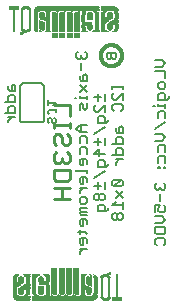
<source format=gbr>
G04 EAGLE Gerber RS-274X export*
G75*
%MOMM*%
%FSLAX34Y34*%
%LPD*%
%INSilkscreen Bottom*%
%IPPOS*%
%AMOC8*
5,1,8,0,0,1.08239X$1,22.5*%
G01*
%ADD10C,0.254000*%
%ADD11C,0.152400*%
%ADD12C,0.127000*%
%ADD13C,0.304800*%
%ADD14C,0.203200*%
%ADD15R,0.462278X0.022863*%
%ADD16R,0.462281X0.022863*%
%ADD17R,0.436881X0.022863*%
%ADD18R,0.462278X0.023113*%
%ADD19R,0.462281X0.023113*%
%ADD20R,0.436881X0.023113*%
%ADD21R,0.462278X0.023116*%
%ADD22R,0.462281X0.023116*%
%ADD23R,0.436881X0.023116*%
%ADD24R,0.022863X0.023113*%
%ADD25R,0.091441X0.023116*%
%ADD26R,0.139700X0.023113*%
%ADD27R,0.185419X0.023116*%
%ADD28R,0.254000X0.023113*%
%ADD29R,0.299719X0.023113*%
%ADD30R,0.345438X0.023116*%
%ADD31R,0.391159X0.023113*%
%ADD32R,0.393700X0.023116*%
%ADD33R,0.325119X0.022863*%
%ADD34R,0.599438X0.022863*%
%ADD35R,0.622300X0.022863*%
%ADD36R,0.530859X0.022863*%
%ADD37R,0.439422X0.022863*%
%ADD38R,0.231138X0.022863*%
%ADD39R,0.071119X0.022863*%
%ADD40R,0.533400X0.022863*%
%ADD41R,0.208281X0.022863*%
%ADD42R,0.345441X0.023113*%
%ADD43R,0.576578X0.023113*%
%ADD44R,0.599438X0.023113*%
%ADD45R,0.508000X0.023113*%
%ADD46R,0.416563X0.023113*%
%ADD47R,0.208278X0.023113*%
%ADD48R,0.553722X0.023113*%
%ADD49R,0.208281X0.023113*%
%ADD50R,0.345441X0.023116*%
%ADD51R,0.530859X0.023116*%
%ADD52R,0.370841X0.023116*%
%ADD53R,0.162559X0.023116*%
%ADD54R,0.576581X0.023116*%
%ADD55R,0.208281X0.023116*%
%ADD56R,0.322578X0.023113*%
%ADD57R,0.485137X0.023113*%
%ADD58R,0.416559X0.023113*%
%ADD59R,0.347981X0.023113*%
%ADD60R,0.116838X0.023113*%
%ADD61R,0.647700X0.023113*%
%ADD62R,0.322581X0.023116*%
%ADD63R,0.485137X0.023116*%
%ADD64R,0.093978X0.023116*%
%ADD65R,0.231141X0.023116*%
%ADD66R,0.693419X0.023116*%
%ADD67R,0.322581X0.023113*%
%ADD68R,0.439419X0.023113*%
%ADD69R,0.370841X0.023113*%
%ADD70R,0.299722X0.023113*%
%ADD71R,0.045719X0.023113*%
%ADD72R,0.739138X0.023113*%
%ADD73R,0.414019X0.023113*%
%ADD74R,0.347978X0.023113*%
%ADD75R,0.762000X0.023113*%
%ADD76R,0.414019X0.023116*%
%ADD77R,0.182881X0.023116*%
%ADD78R,0.347978X0.023116*%
%ADD79R,0.276863X0.023116*%
%ADD80R,0.116841X0.023116*%
%ADD81R,0.276859X0.023116*%
%ADD82R,0.784863X0.023116*%
%ADD83R,0.325119X0.023113*%
%ADD84R,0.276863X0.023113*%
%ADD85R,0.276859X0.023113*%
%ADD86R,0.325119X0.023116*%
%ADD87R,0.391159X0.023116*%
%ADD88R,0.302259X0.023116*%
%ADD89R,0.254000X0.023116*%
%ADD90R,0.302259X0.023113*%
%ADD91R,0.393700X0.023113*%
%ADD92R,0.231141X0.023113*%
%ADD93R,0.302259X0.022863*%
%ADD94R,0.439419X0.022863*%
%ADD95R,0.368300X0.022863*%
%ADD96R,0.391159X0.022863*%
%ADD97R,0.416559X0.022863*%
%ADD98R,0.276863X0.022863*%
%ADD99R,0.205741X0.022863*%
%ADD100R,0.368300X0.023113*%
%ADD101R,0.205741X0.023113*%
%ADD102R,0.368300X0.023116*%
%ADD103R,0.205741X0.023116*%
%ADD104R,0.182881X0.023113*%
%ADD105R,0.276859X0.022863*%
%ADD106R,0.182881X0.022863*%
%ADD107R,0.924559X0.023113*%
%ADD108R,0.924559X0.023116*%
%ADD109R,0.901700X0.023113*%
%ADD110R,0.901700X0.023116*%
%ADD111R,0.878841X0.023113*%
%ADD112R,0.855981X0.023116*%
%ADD113R,0.833119X0.023113*%
%ADD114R,0.787400X0.022863*%
%ADD115R,0.414019X0.022863*%
%ADD116R,0.924559X0.022863*%
%ADD117R,0.739141X0.023113*%
%ADD118R,0.716281X0.023116*%
%ADD119R,0.299722X0.023116*%
%ADD120R,0.670559X0.023113*%
%ADD121R,0.647700X0.023116*%
%ADD122R,0.508000X0.023116*%
%ADD123R,0.299719X0.023116*%
%ADD124R,0.601981X0.023113*%
%ADD125R,0.530859X0.023113*%
%ADD126R,0.231138X0.023113*%
%ADD127R,0.556259X0.023113*%
%ADD128R,0.185419X0.023113*%
%ADD129R,0.533400X0.023116*%
%ADD130R,0.599438X0.023116*%
%ADD131R,0.416563X0.023116*%
%ADD132R,0.116838X0.023116*%
%ADD133R,0.485141X0.023113*%
%ADD134R,0.645159X0.023113*%
%ADD135R,0.716278X0.023113*%
%ADD136R,0.393700X0.022863*%
%ADD137R,0.762000X0.022863*%
%ADD138R,0.624841X0.022863*%
%ADD139R,0.784859X0.023113*%
%ADD140R,0.693422X0.023113*%
%ADD141R,0.830578X0.023116*%
%ADD142R,0.739141X0.023116*%
%ADD143R,0.876300X0.023113*%
%ADD144R,0.807722X0.023113*%
%ADD145R,0.899159X0.023116*%
%ADD146R,0.878841X0.023116*%
%ADD147R,0.922019X0.023113*%
%ADD148R,0.947419X0.023113*%
%ADD149R,0.970278X0.023116*%
%ADD150R,0.970278X0.023113*%
%ADD151R,0.439419X0.023116*%
%ADD152R,0.299722X0.022863*%
%ADD153R,0.416559X0.023116*%
%ADD154R,0.347981X0.023116*%
%ADD155R,0.137159X0.023113*%
%ADD156R,0.093978X0.023113*%
%ADD157R,0.091441X0.023113*%
%ADD158R,0.093981X0.023113*%
%ADD159R,0.114300X0.023113*%
%ADD160R,0.045719X0.023116*%
%ADD161R,0.045722X0.023116*%
%ADD162R,0.071119X0.023113*%
%ADD163R,0.116841X0.023113*%
%ADD164R,0.139700X0.023116*%
%ADD165R,0.322581X0.022863*%
%ADD166R,0.345441X0.022863*%
%ADD167R,0.162559X0.022863*%
%ADD168R,0.576581X0.022863*%
%ADD169R,0.668019X0.023113*%
%ADD170R,0.533400X0.023113*%
%ADD171R,1.455419X0.023116*%
%ADD172R,5.519419X0.023116*%
%ADD173R,1.455419X0.023113*%
%ADD174R,5.519419X0.023113*%
%ADD175R,5.494019X0.023116*%
%ADD176R,1.430019X0.023113*%
%ADD177R,5.494019X0.023113*%
%ADD178R,1.430019X0.023116*%
%ADD179R,5.471159X0.023116*%
%ADD180R,0.762000X0.023116*%
%ADD181R,1.407159X0.023113*%
%ADD182R,5.471159X0.023113*%
%ADD183R,1.384300X0.022863*%
%ADD184R,5.448300X0.022863*%
%ADD185R,0.716278X0.022863*%
%ADD186R,0.878841X0.022863*%
%ADD187R,1.361438X0.023113*%
%ADD188R,5.425438X0.023113*%
%ADD189R,1.338578X0.023116*%
%ADD190R,5.402578X0.023116*%
%ADD191R,0.624841X0.023116*%
%ADD192R,1.292859X0.023113*%
%ADD193R,5.356859X0.023113*%
%ADD194R,1.224278X0.023116*%
%ADD195R,5.288278X0.023116*%


D10*
X78728Y168803D02*
X92710Y168803D01*
X92710Y159482D01*
X92710Y153601D02*
X92710Y148940D01*
X92710Y151270D02*
X78728Y151270D01*
X78728Y148940D02*
X78728Y153601D01*
X78728Y136475D02*
X81058Y134145D01*
X78728Y136475D02*
X78728Y141136D01*
X81058Y143466D01*
X83389Y143466D01*
X85719Y141136D01*
X85719Y136475D01*
X88049Y134145D01*
X90380Y134145D01*
X92710Y136475D01*
X92710Y141136D01*
X90380Y143466D01*
X81058Y128264D02*
X78728Y125933D01*
X78728Y121273D01*
X81058Y118942D01*
X83389Y118942D01*
X85719Y121273D01*
X85719Y123603D01*
X85719Y121273D02*
X88049Y118942D01*
X90380Y118942D01*
X92710Y121273D01*
X92710Y125933D01*
X90380Y128264D01*
X92710Y113062D02*
X78728Y113062D01*
X92710Y113062D02*
X92710Y106071D01*
X90380Y103740D01*
X81058Y103740D01*
X78728Y106071D01*
X78728Y113062D01*
X78728Y97859D02*
X92710Y97859D01*
X85719Y97859D02*
X85719Y88538D01*
X78728Y88538D02*
X92710Y88538D01*
D11*
X97910Y212113D02*
X99350Y213553D01*
X97910Y212113D02*
X97910Y209231D01*
X99350Y207791D01*
X100791Y207791D01*
X102231Y209231D01*
X102231Y210672D01*
X102231Y209231D02*
X103672Y207791D01*
X105112Y207791D01*
X106553Y209231D01*
X106553Y212113D01*
X105112Y213553D01*
X102231Y204198D02*
X102231Y198436D01*
X100791Y193402D02*
X100791Y190521D01*
X102231Y189081D01*
X106553Y189081D01*
X106553Y193402D01*
X105112Y194843D01*
X103672Y193402D01*
X103672Y189081D01*
X100791Y185488D02*
X106553Y179725D01*
X100791Y179725D02*
X106553Y185488D01*
X100791Y176132D02*
X100791Y174692D01*
X106553Y174692D01*
X106553Y176132D02*
X106553Y173251D01*
X97910Y174692D02*
X96469Y174692D01*
X106553Y169896D02*
X106553Y165574D01*
X105112Y164133D01*
X103672Y165574D01*
X103672Y168455D01*
X102231Y169896D01*
X100791Y168455D01*
X100791Y164133D01*
X100791Y151185D02*
X106553Y151185D01*
X100791Y151185D02*
X97910Y148304D01*
X100791Y145423D01*
X106553Y145423D01*
X102231Y145423D02*
X102231Y151185D01*
X100791Y140390D02*
X100791Y136068D01*
X100791Y140390D02*
X102231Y141830D01*
X105112Y141830D01*
X106553Y140390D01*
X106553Y136068D01*
X100791Y131034D02*
X100791Y126713D01*
X100791Y131034D02*
X102231Y132475D01*
X105112Y132475D01*
X106553Y131034D01*
X106553Y126713D01*
X106553Y121679D02*
X106553Y118798D01*
X106553Y121679D02*
X105112Y123120D01*
X102231Y123120D01*
X100791Y121679D01*
X100791Y118798D01*
X102231Y117357D01*
X103672Y117357D01*
X103672Y123120D01*
X97910Y113765D02*
X97910Y112324D01*
X106553Y112324D01*
X106553Y113765D02*
X106553Y110883D01*
X106553Y106087D02*
X106553Y103206D01*
X106553Y106087D02*
X105112Y107528D01*
X102231Y107528D01*
X100791Y106087D01*
X100791Y103206D01*
X102231Y101765D01*
X103672Y101765D01*
X103672Y107528D01*
X106553Y98173D02*
X100791Y98173D01*
X103672Y98173D02*
X100791Y95291D01*
X100791Y93851D01*
X106553Y88936D02*
X106553Y86055D01*
X105112Y84614D01*
X102231Y84614D01*
X100791Y86055D01*
X100791Y88936D01*
X102231Y90377D01*
X105112Y90377D01*
X106553Y88936D01*
X106553Y81021D02*
X100791Y81021D01*
X100791Y79581D01*
X102231Y78140D01*
X106553Y78140D01*
X102231Y78140D02*
X100791Y76700D01*
X102231Y75259D01*
X106553Y75259D01*
X106553Y70226D02*
X106553Y67345D01*
X106553Y70226D02*
X105112Y71666D01*
X102231Y71666D01*
X100791Y70226D01*
X100791Y67345D01*
X102231Y65904D01*
X103672Y65904D01*
X103672Y71666D01*
X105112Y60870D02*
X99350Y60870D01*
X105112Y60870D02*
X106553Y59430D01*
X100791Y59430D02*
X100791Y62311D01*
X106553Y54634D02*
X106553Y51753D01*
X106553Y54634D02*
X105112Y56074D01*
X102231Y56074D01*
X100791Y54634D01*
X100791Y51753D01*
X102231Y50312D01*
X103672Y50312D01*
X103672Y56074D01*
X106553Y46719D02*
X100791Y46719D01*
X103672Y46719D02*
X100791Y43838D01*
X100791Y42397D01*
X121793Y171929D02*
X121793Y177692D01*
X116031Y177692D02*
X116031Y171929D01*
X113150Y174810D02*
X118912Y174810D01*
X121793Y168336D02*
X121793Y162574D01*
X121793Y168336D02*
X116031Y162574D01*
X114590Y162574D01*
X113150Y164015D01*
X113150Y166896D01*
X114590Y168336D01*
X124674Y156100D02*
X124674Y154660D01*
X123234Y153219D01*
X116031Y153219D01*
X116031Y157541D01*
X117471Y158981D01*
X120352Y158981D01*
X121793Y157541D01*
X121793Y153219D01*
X121793Y149626D02*
X113150Y143864D01*
X121793Y140271D02*
X121793Y134509D01*
X116031Y134509D02*
X116031Y140271D01*
X113150Y137390D02*
X118912Y137390D01*
X121793Y126594D02*
X113150Y126594D01*
X117471Y130916D01*
X117471Y125153D01*
X124674Y118679D02*
X124674Y117239D01*
X123234Y115798D01*
X116031Y115798D01*
X116031Y120120D01*
X117471Y121560D01*
X120352Y121560D01*
X121793Y120120D01*
X121793Y115798D01*
X121793Y112205D02*
X113150Y106443D01*
X121793Y102850D02*
X121793Y97088D01*
X116031Y97088D02*
X116031Y102850D01*
X113150Y99969D02*
X118912Y99969D01*
X114590Y93495D02*
X113150Y92054D01*
X113150Y89173D01*
X114590Y87733D01*
X116031Y87733D01*
X117471Y89173D01*
X118912Y87733D01*
X120352Y87733D01*
X121793Y89173D01*
X121793Y92054D01*
X120352Y93495D01*
X118912Y93495D01*
X117471Y92054D01*
X116031Y93495D01*
X114590Y93495D01*
X117471Y92054D02*
X117471Y89173D01*
X124674Y81259D02*
X124674Y79818D01*
X123234Y78377D01*
X116031Y78377D01*
X116031Y82699D01*
X117471Y84140D01*
X120352Y84140D01*
X121793Y82699D01*
X121793Y78377D01*
X137033Y181827D02*
X137033Y184708D01*
X137033Y183267D02*
X128390Y183267D01*
X128390Y181827D02*
X128390Y184708D01*
X137033Y178471D02*
X137033Y172709D01*
X137033Y178471D02*
X131271Y172709D01*
X129830Y172709D01*
X128390Y174150D01*
X128390Y177031D01*
X129830Y178471D01*
X128390Y164794D02*
X129830Y163354D01*
X128390Y164794D02*
X128390Y167675D01*
X129830Y169116D01*
X135592Y169116D01*
X137033Y167675D01*
X137033Y164794D01*
X135592Y163354D01*
X131271Y148965D02*
X131271Y146084D01*
X132711Y144643D01*
X137033Y144643D01*
X137033Y148965D01*
X135592Y150406D01*
X134152Y148965D01*
X134152Y144643D01*
X137033Y135288D02*
X128390Y135288D01*
X137033Y135288D02*
X137033Y139610D01*
X135592Y141050D01*
X132711Y141050D01*
X131271Y139610D01*
X131271Y135288D01*
X128390Y125933D02*
X137033Y125933D01*
X137033Y130255D01*
X135592Y131695D01*
X132711Y131695D01*
X131271Y130255D01*
X131271Y125933D01*
X131271Y122340D02*
X137033Y122340D01*
X134152Y122340D02*
X131271Y119459D01*
X131271Y118018D01*
X129830Y105189D02*
X135592Y105189D01*
X129830Y105189D02*
X128390Y103748D01*
X128390Y100867D01*
X129830Y99427D01*
X135592Y99427D01*
X137033Y100867D01*
X137033Y103748D01*
X135592Y105189D01*
X129830Y99427D01*
X131271Y95834D02*
X137033Y90071D01*
X131271Y90071D02*
X137033Y95834D01*
X131271Y86479D02*
X128390Y83597D01*
X137033Y83597D01*
X137033Y80716D02*
X137033Y86479D01*
X129830Y77123D02*
X128390Y75683D01*
X128390Y72802D01*
X129830Y71361D01*
X131271Y71361D01*
X132711Y72802D01*
X134152Y71361D01*
X135592Y71361D01*
X137033Y72802D01*
X137033Y75683D01*
X135592Y77123D01*
X134152Y77123D01*
X132711Y75683D01*
X131271Y77123D01*
X129830Y77123D01*
X132711Y75683D02*
X132711Y72802D01*
D12*
X164457Y206664D02*
X170389Y206664D01*
X173355Y203698D01*
X170389Y200732D01*
X164457Y200732D01*
X164457Y197309D02*
X173355Y197309D01*
X173355Y191377D01*
X173355Y186470D02*
X173355Y183505D01*
X171872Y182022D01*
X168906Y182022D01*
X167423Y183505D01*
X167423Y186470D01*
X168906Y187953D01*
X171872Y187953D01*
X173355Y186470D01*
X176321Y175632D02*
X176321Y174149D01*
X174838Y172666D01*
X167423Y172666D01*
X167423Y177115D01*
X168906Y178598D01*
X171872Y178598D01*
X173355Y177115D01*
X173355Y172666D01*
X167423Y169243D02*
X167423Y167760D01*
X173355Y167760D01*
X173355Y169243D02*
X173355Y166277D01*
X164457Y167760D02*
X162974Y167760D01*
X167423Y161523D02*
X167423Y157075D01*
X167423Y161523D02*
X168906Y163006D01*
X171872Y163006D01*
X173355Y161523D01*
X173355Y157075D01*
X173355Y153651D02*
X164457Y147719D01*
X164457Y144296D02*
X170389Y144296D01*
X173355Y141330D01*
X170389Y138364D01*
X164457Y138364D01*
X167423Y133458D02*
X167423Y129009D01*
X167423Y133458D02*
X168906Y134941D01*
X171872Y134941D01*
X173355Y133458D01*
X173355Y129009D01*
X167423Y124103D02*
X167423Y119654D01*
X167423Y124103D02*
X168906Y125585D01*
X171872Y125585D01*
X173355Y124103D01*
X173355Y119654D01*
X167423Y116230D02*
X167423Y114747D01*
X168906Y114747D01*
X168906Y116230D01*
X167423Y116230D01*
X171872Y116230D02*
X171872Y114747D01*
X173355Y114747D01*
X173355Y116230D01*
X171872Y116230D01*
X165940Y102198D02*
X164457Y100715D01*
X164457Y97749D01*
X165940Y96266D01*
X167423Y96266D01*
X168906Y97749D01*
X168906Y99232D01*
X168906Y97749D02*
X170389Y96266D01*
X171872Y96266D01*
X173355Y97749D01*
X173355Y100715D01*
X171872Y102198D01*
X168906Y92842D02*
X168906Y86911D01*
X164457Y83487D02*
X164457Y77555D01*
X164457Y83487D02*
X168906Y83487D01*
X167423Y80521D01*
X167423Y79038D01*
X168906Y77555D01*
X171872Y77555D01*
X173355Y79038D01*
X173355Y82004D01*
X171872Y83487D01*
X170389Y74132D02*
X164457Y74132D01*
X170389Y74132D02*
X173355Y71166D01*
X170389Y68200D01*
X164457Y68200D01*
X164457Y64777D02*
X173355Y64777D01*
X173355Y60328D01*
X171872Y58845D01*
X165940Y58845D01*
X164457Y60328D01*
X164457Y64777D01*
X164457Y50973D02*
X165940Y49490D01*
X164457Y50973D02*
X164457Y53939D01*
X165940Y55422D01*
X171872Y55422D01*
X173355Y53939D01*
X173355Y50973D01*
X171872Y49490D01*
D11*
X40466Y181757D02*
X40466Y184638D01*
X40466Y181757D02*
X41906Y180317D01*
X46228Y180317D01*
X46228Y184638D01*
X44787Y186079D01*
X43347Y184638D01*
X43347Y180317D01*
X46228Y170961D02*
X37585Y170961D01*
X46228Y170961D02*
X46228Y175283D01*
X44787Y176724D01*
X41906Y176724D01*
X40466Y175283D01*
X40466Y170961D01*
X37585Y161606D02*
X46228Y161606D01*
X46228Y165928D01*
X44787Y167368D01*
X41906Y167368D01*
X40466Y165928D01*
X40466Y161606D01*
X40466Y158013D02*
X46228Y158013D01*
X43347Y158013D02*
X40466Y155132D01*
X40466Y153692D01*
D13*
X118655Y210185D02*
X118658Y210405D01*
X118666Y210626D01*
X118679Y210846D01*
X118698Y211065D01*
X118723Y211284D01*
X118752Y211503D01*
X118787Y211720D01*
X118828Y211937D01*
X118873Y212153D01*
X118924Y212367D01*
X118980Y212580D01*
X119042Y212792D01*
X119108Y213002D01*
X119180Y213210D01*
X119257Y213417D01*
X119339Y213621D01*
X119425Y213824D01*
X119517Y214024D01*
X119614Y214223D01*
X119715Y214418D01*
X119822Y214611D01*
X119933Y214802D01*
X120048Y214989D01*
X120168Y215174D01*
X120293Y215356D01*
X120422Y215534D01*
X120556Y215710D01*
X120693Y215882D01*
X120835Y216050D01*
X120981Y216216D01*
X121131Y216377D01*
X121285Y216535D01*
X121443Y216689D01*
X121604Y216839D01*
X121770Y216985D01*
X121938Y217127D01*
X122110Y217264D01*
X122286Y217398D01*
X122464Y217527D01*
X122646Y217652D01*
X122831Y217772D01*
X123018Y217887D01*
X123209Y217998D01*
X123402Y218105D01*
X123597Y218206D01*
X123796Y218303D01*
X123996Y218395D01*
X124199Y218481D01*
X124403Y218563D01*
X124610Y218640D01*
X124818Y218712D01*
X125028Y218778D01*
X125240Y218840D01*
X125453Y218896D01*
X125667Y218947D01*
X125883Y218992D01*
X126100Y219033D01*
X126317Y219068D01*
X126536Y219097D01*
X126755Y219122D01*
X126974Y219141D01*
X127194Y219154D01*
X127415Y219162D01*
X127635Y219165D01*
X127855Y219162D01*
X128076Y219154D01*
X128296Y219141D01*
X128515Y219122D01*
X128734Y219097D01*
X128953Y219068D01*
X129170Y219033D01*
X129387Y218992D01*
X129603Y218947D01*
X129817Y218896D01*
X130030Y218840D01*
X130242Y218778D01*
X130452Y218712D01*
X130660Y218640D01*
X130867Y218563D01*
X131071Y218481D01*
X131274Y218395D01*
X131474Y218303D01*
X131673Y218206D01*
X131868Y218105D01*
X132061Y217998D01*
X132252Y217887D01*
X132439Y217772D01*
X132624Y217652D01*
X132806Y217527D01*
X132984Y217398D01*
X133160Y217264D01*
X133332Y217127D01*
X133500Y216985D01*
X133666Y216839D01*
X133827Y216689D01*
X133985Y216535D01*
X134139Y216377D01*
X134289Y216216D01*
X134435Y216050D01*
X134577Y215882D01*
X134714Y215710D01*
X134848Y215534D01*
X134977Y215356D01*
X135102Y215174D01*
X135222Y214989D01*
X135337Y214802D01*
X135448Y214611D01*
X135555Y214418D01*
X135656Y214223D01*
X135753Y214024D01*
X135845Y213824D01*
X135931Y213621D01*
X136013Y213417D01*
X136090Y213210D01*
X136162Y213002D01*
X136228Y212792D01*
X136290Y212580D01*
X136346Y212367D01*
X136397Y212153D01*
X136442Y211937D01*
X136483Y211720D01*
X136518Y211503D01*
X136547Y211284D01*
X136572Y211065D01*
X136591Y210846D01*
X136604Y210626D01*
X136612Y210405D01*
X136615Y210185D01*
X136612Y209965D01*
X136604Y209744D01*
X136591Y209524D01*
X136572Y209305D01*
X136547Y209086D01*
X136518Y208867D01*
X136483Y208650D01*
X136442Y208433D01*
X136397Y208217D01*
X136346Y208003D01*
X136290Y207790D01*
X136228Y207578D01*
X136162Y207368D01*
X136090Y207160D01*
X136013Y206953D01*
X135931Y206749D01*
X135845Y206546D01*
X135753Y206346D01*
X135656Y206147D01*
X135555Y205952D01*
X135448Y205759D01*
X135337Y205568D01*
X135222Y205381D01*
X135102Y205196D01*
X134977Y205014D01*
X134848Y204836D01*
X134714Y204660D01*
X134577Y204488D01*
X134435Y204320D01*
X134289Y204154D01*
X134139Y203993D01*
X133985Y203835D01*
X133827Y203681D01*
X133666Y203531D01*
X133500Y203385D01*
X133332Y203243D01*
X133160Y203106D01*
X132984Y202972D01*
X132806Y202843D01*
X132624Y202718D01*
X132439Y202598D01*
X132252Y202483D01*
X132061Y202372D01*
X131868Y202265D01*
X131673Y202164D01*
X131474Y202067D01*
X131274Y201975D01*
X131071Y201889D01*
X130867Y201807D01*
X130660Y201730D01*
X130452Y201658D01*
X130242Y201592D01*
X130030Y201530D01*
X129817Y201474D01*
X129603Y201423D01*
X129387Y201378D01*
X129170Y201337D01*
X128953Y201302D01*
X128734Y201273D01*
X128515Y201248D01*
X128296Y201229D01*
X128076Y201216D01*
X127855Y201208D01*
X127635Y201205D01*
X127415Y201208D01*
X127194Y201216D01*
X126974Y201229D01*
X126755Y201248D01*
X126536Y201273D01*
X126317Y201302D01*
X126100Y201337D01*
X125883Y201378D01*
X125667Y201423D01*
X125453Y201474D01*
X125240Y201530D01*
X125028Y201592D01*
X124818Y201658D01*
X124610Y201730D01*
X124403Y201807D01*
X124199Y201889D01*
X123996Y201975D01*
X123796Y202067D01*
X123597Y202164D01*
X123402Y202265D01*
X123209Y202372D01*
X123018Y202483D01*
X122831Y202598D01*
X122646Y202718D01*
X122464Y202843D01*
X122286Y202972D01*
X122110Y203106D01*
X121938Y203243D01*
X121770Y203385D01*
X121604Y203531D01*
X121443Y203681D01*
X121285Y203835D01*
X121131Y203993D01*
X120981Y204154D01*
X120835Y204320D01*
X120693Y204488D01*
X120556Y204660D01*
X120422Y204836D01*
X120293Y205014D01*
X120168Y205196D01*
X120048Y205381D01*
X119933Y205568D01*
X119822Y205759D01*
X119715Y205952D01*
X119614Y206147D01*
X119517Y206346D01*
X119425Y206546D01*
X119339Y206749D01*
X119257Y206953D01*
X119180Y207160D01*
X119108Y207368D01*
X119042Y207578D01*
X118980Y207790D01*
X118924Y208003D01*
X118873Y208217D01*
X118828Y208433D01*
X118787Y208650D01*
X118752Y208867D01*
X118723Y209086D01*
X118698Y209305D01*
X118679Y209524D01*
X118666Y209744D01*
X118658Y209965D01*
X118655Y210185D01*
D14*
X123564Y212725D02*
X131699Y212725D01*
X123564Y212725D02*
X123564Y208658D01*
X124920Y207302D01*
X126276Y207302D01*
X127632Y208658D01*
X128987Y207302D01*
X130343Y207302D01*
X131699Y208658D01*
X131699Y212725D01*
X127632Y212725D02*
X127632Y208658D01*
D15*
X98603Y224790D03*
D16*
X92354Y224790D03*
X86131Y224790D03*
D17*
X79781Y224790D03*
D18*
X98603Y225020D03*
D19*
X92354Y225020D03*
X86131Y225020D03*
D20*
X79781Y225020D03*
D21*
X98603Y225251D03*
D22*
X92354Y225251D03*
X86131Y225251D03*
D23*
X79781Y225251D03*
D18*
X98603Y225482D03*
D19*
X92354Y225482D03*
X86131Y225482D03*
D20*
X79781Y225482D03*
D21*
X98603Y225713D03*
D22*
X92354Y225713D03*
X86131Y225713D03*
D23*
X79781Y225713D03*
D18*
X98603Y225944D03*
D19*
X92354Y225944D03*
X86131Y225944D03*
D20*
X79781Y225944D03*
D18*
X98603Y226176D03*
D19*
X92354Y226176D03*
X86131Y226176D03*
D20*
X79781Y226176D03*
D21*
X98603Y226407D03*
D22*
X92354Y226407D03*
X86131Y226407D03*
D23*
X79781Y226407D03*
D18*
X98603Y226638D03*
D19*
X92354Y226638D03*
X86131Y226638D03*
D20*
X79781Y226638D03*
D21*
X98603Y226869D03*
D22*
X92354Y226869D03*
X86131Y226869D03*
D23*
X79781Y226869D03*
D18*
X98603Y227100D03*
D19*
X92354Y227100D03*
X86131Y227100D03*
D20*
X79781Y227100D03*
D15*
X98603Y227330D03*
D16*
X92354Y227330D03*
X86131Y227330D03*
D17*
X79781Y227330D03*
D18*
X98603Y227560D03*
D19*
X92354Y227560D03*
X86131Y227560D03*
D20*
X79781Y227560D03*
D24*
X51372Y227560D03*
D21*
X98603Y227791D03*
D22*
X92354Y227791D03*
X86131Y227791D03*
D23*
X79781Y227791D03*
D25*
X51486Y227791D03*
D18*
X98603Y228022D03*
D19*
X92354Y228022D03*
X86131Y228022D03*
D20*
X79781Y228022D03*
D26*
X51727Y228022D03*
D21*
X98603Y228253D03*
D22*
X92354Y228253D03*
X86131Y228253D03*
D23*
X79781Y228253D03*
D27*
X51727Y228253D03*
D18*
X98603Y228484D03*
D19*
X92354Y228484D03*
X86131Y228484D03*
D20*
X79781Y228484D03*
D28*
X51841Y228484D03*
D18*
X98603Y228716D03*
D19*
X92354Y228716D03*
X86131Y228716D03*
D20*
X79781Y228716D03*
D29*
X52070Y228716D03*
D21*
X98603Y228947D03*
D22*
X92354Y228947D03*
X86131Y228947D03*
D23*
X79781Y228947D03*
D30*
X52070Y228947D03*
D31*
X52299Y229178D03*
D32*
X52769Y229409D03*
D18*
X53797Y229640D03*
D33*
X129769Y229870D03*
D34*
X121920Y229870D03*
D35*
X114186Y229870D03*
D36*
X105169Y229870D03*
D15*
X98603Y229870D03*
D16*
X92354Y229870D03*
X86131Y229870D03*
D17*
X79781Y229870D03*
D37*
X73546Y229870D03*
D38*
X67882Y229870D03*
D39*
X64770Y229870D03*
D40*
X54610Y229870D03*
D41*
X45364Y229870D03*
D42*
X130124Y230100D03*
D43*
X121806Y230100D03*
D44*
X114300Y230100D03*
D45*
X105054Y230100D03*
D18*
X98603Y230100D03*
D19*
X92354Y230100D03*
X86131Y230100D03*
D20*
X79781Y230100D03*
D46*
X73660Y230100D03*
D47*
X67767Y230100D03*
D26*
X64427Y230100D03*
D48*
X55194Y230100D03*
D49*
X45364Y230100D03*
D50*
X130581Y230331D03*
D51*
X121577Y230331D03*
X114643Y230331D03*
D21*
X104826Y230331D03*
X98603Y230331D03*
D22*
X92354Y230331D03*
X86131Y230331D03*
D23*
X79781Y230331D03*
D52*
X73889Y230331D03*
D53*
X67539Y230331D03*
D27*
X64199Y230331D03*
D54*
X55309Y230331D03*
D55*
X45364Y230331D03*
D56*
X130924Y230562D03*
D57*
X121349Y230562D03*
D45*
X114757Y230562D03*
D58*
X104597Y230562D03*
D18*
X98603Y230562D03*
D19*
X92354Y230562D03*
X86131Y230562D03*
D20*
X79781Y230562D03*
D59*
X74003Y230562D03*
D60*
X67310Y230562D03*
D47*
X64084Y230562D03*
D61*
X55182Y230562D03*
D49*
X45364Y230562D03*
D62*
X131153Y230793D03*
D21*
X121234Y230793D03*
D63*
X114872Y230793D03*
D32*
X104483Y230793D03*
D21*
X98603Y230793D03*
D22*
X92354Y230793D03*
X86131Y230793D03*
D23*
X79781Y230793D03*
D62*
X74130Y230793D03*
D64*
X67196Y230793D03*
D65*
X63970Y230793D03*
D66*
X55182Y230793D03*
D55*
X45364Y230793D03*
D67*
X131382Y231024D03*
D68*
X121120Y231024D03*
D18*
X114986Y231024D03*
D69*
X104369Y231024D03*
D18*
X98603Y231024D03*
D19*
X92354Y231024D03*
X86131Y231024D03*
D20*
X79781Y231024D03*
D70*
X74244Y231024D03*
D71*
X66954Y231024D03*
D28*
X63856Y231024D03*
D72*
X55182Y231024D03*
D49*
X45364Y231024D03*
D67*
X131610Y231256D03*
D73*
X120993Y231256D03*
D68*
X115100Y231256D03*
D74*
X104254Y231256D03*
D18*
X98603Y231256D03*
D19*
X92354Y231256D03*
X86131Y231256D03*
D20*
X79781Y231256D03*
D70*
X74244Y231256D03*
D28*
X63856Y231256D03*
D75*
X55296Y231256D03*
D49*
X45364Y231256D03*
D62*
X131610Y231487D03*
D65*
X126530Y231487D03*
D76*
X120993Y231487D03*
X115227Y231487D03*
D77*
X109449Y231487D03*
D78*
X104254Y231487D03*
D21*
X98603Y231487D03*
D22*
X92354Y231487D03*
X86131Y231487D03*
D23*
X79781Y231487D03*
D79*
X74359Y231487D03*
D80*
X69621Y231487D03*
D81*
X63741Y231487D03*
D82*
X55182Y231487D03*
D55*
X45364Y231487D03*
D83*
X131851Y231718D03*
D67*
X126530Y231718D03*
D31*
X120879Y231718D03*
D73*
X115227Y231718D03*
D83*
X109449Y231718D03*
X104140Y231718D03*
D18*
X98603Y231718D03*
D19*
X92354Y231718D03*
X86131Y231718D03*
D20*
X79781Y231718D03*
D84*
X74359Y231718D03*
D85*
X69507Y231718D03*
X63741Y231718D03*
D84*
X57722Y231718D03*
D85*
X52413Y231718D03*
D49*
X45364Y231718D03*
D86*
X131851Y231949D03*
D52*
X126543Y231949D03*
D87*
X120879Y231949D03*
D76*
X115227Y231949D03*
D52*
X109449Y231949D03*
D86*
X104140Y231949D03*
D21*
X98603Y231949D03*
D22*
X92354Y231949D03*
X86131Y231949D03*
D23*
X79781Y231949D03*
D79*
X74359Y231949D03*
D50*
X69393Y231949D03*
D88*
X63614Y231949D03*
D89*
X58064Y231949D03*
D65*
X52184Y231949D03*
D55*
X45364Y231949D03*
D83*
X131851Y232180D03*
D58*
X126543Y232180D03*
D31*
X120879Y232180D03*
X115341Y232180D03*
D58*
X109449Y232180D03*
D90*
X104026Y232180D03*
D18*
X98603Y232180D03*
D19*
X92354Y232180D03*
X86131Y232180D03*
D20*
X79781Y232180D03*
D84*
X74359Y232180D03*
D91*
X69152Y232180D03*
D90*
X63614Y232180D03*
D92*
X58179Y232180D03*
D49*
X52070Y232180D03*
X45364Y232180D03*
D93*
X131966Y232410D03*
D94*
X126657Y232410D03*
D95*
X120764Y232410D03*
D96*
X115341Y232410D03*
D97*
X109449Y232410D03*
D93*
X104026Y232410D03*
D15*
X98603Y232410D03*
D16*
X92354Y232410D03*
X86131Y232410D03*
D17*
X79781Y232410D03*
D98*
X74359Y232410D03*
D94*
X69152Y232410D03*
D93*
X63614Y232410D03*
D99*
X58306Y232410D03*
D41*
X52070Y232410D03*
X45364Y232410D03*
D90*
X131966Y232640D03*
D18*
X126543Y232640D03*
D100*
X120764Y232640D03*
D31*
X115341Y232640D03*
D19*
X109449Y232640D03*
D90*
X104026Y232640D03*
D18*
X98603Y232640D03*
D19*
X92354Y232640D03*
X86131Y232640D03*
D20*
X79781Y232640D03*
D84*
X74359Y232640D03*
D18*
X69037Y232640D03*
D90*
X63614Y232640D03*
D101*
X58306Y232640D03*
D49*
X51841Y232640D03*
X45364Y232640D03*
D88*
X131966Y232871D03*
D21*
X126543Y232871D03*
D102*
X120764Y232871D03*
D87*
X115341Y232871D03*
D22*
X109449Y232871D03*
D88*
X104026Y232871D03*
D21*
X98603Y232871D03*
D22*
X92354Y232871D03*
X86131Y232871D03*
D23*
X79781Y232871D03*
D79*
X74359Y232871D03*
D21*
X69037Y232871D03*
D88*
X63614Y232871D03*
D103*
X58306Y232871D03*
D55*
X51841Y232871D03*
X45364Y232871D03*
D90*
X131966Y233102D03*
D18*
X126543Y233102D03*
D100*
X120764Y233102D03*
X115456Y233102D03*
D19*
X109449Y233102D03*
D90*
X104026Y233102D03*
D18*
X98603Y233102D03*
D19*
X92354Y233102D03*
X86131Y233102D03*
D20*
X79781Y233102D03*
D84*
X74359Y233102D03*
D18*
X69037Y233102D03*
D90*
X63614Y233102D03*
D101*
X58306Y233102D03*
D49*
X51841Y233102D03*
X45364Y233102D03*
D88*
X131966Y233333D03*
D21*
X126543Y233333D03*
D102*
X120764Y233333D03*
X115456Y233333D03*
D22*
X109449Y233333D03*
D88*
X104026Y233333D03*
D21*
X98603Y233333D03*
D22*
X92354Y233333D03*
X86131Y233333D03*
D23*
X79781Y233333D03*
D79*
X74359Y233333D03*
D21*
X69037Y233333D03*
D88*
X63614Y233333D03*
D77*
X58420Y233333D03*
D55*
X51841Y233333D03*
X45364Y233333D03*
D90*
X131966Y233564D03*
D18*
X126543Y233564D03*
D100*
X120764Y233564D03*
X115456Y233564D03*
D19*
X109449Y233564D03*
D90*
X104026Y233564D03*
D18*
X98603Y233564D03*
D19*
X92354Y233564D03*
X86131Y233564D03*
D20*
X79781Y233564D03*
D84*
X74359Y233564D03*
D18*
X69037Y233564D03*
D90*
X63614Y233564D03*
D104*
X58420Y233564D03*
D49*
X51841Y233564D03*
X45364Y233564D03*
D90*
X131966Y233796D03*
D18*
X126543Y233796D03*
D100*
X120764Y233796D03*
X115456Y233796D03*
D19*
X109449Y233796D03*
D85*
X103899Y233796D03*
D18*
X98603Y233796D03*
D19*
X92354Y233796D03*
X86131Y233796D03*
D20*
X79781Y233796D03*
D84*
X74359Y233796D03*
D18*
X69037Y233796D03*
D90*
X63614Y233796D03*
D104*
X58420Y233796D03*
D49*
X51841Y233796D03*
X45364Y233796D03*
D88*
X131966Y234027D03*
D21*
X126543Y234027D03*
D102*
X120764Y234027D03*
X115456Y234027D03*
D22*
X109449Y234027D03*
D81*
X103899Y234027D03*
D21*
X98603Y234027D03*
D22*
X92354Y234027D03*
X86131Y234027D03*
D23*
X79781Y234027D03*
D79*
X74359Y234027D03*
D21*
X69037Y234027D03*
D88*
X63614Y234027D03*
D77*
X58420Y234027D03*
D55*
X51841Y234027D03*
X45364Y234027D03*
D90*
X131966Y234258D03*
D18*
X126543Y234258D03*
D100*
X120764Y234258D03*
X115456Y234258D03*
D19*
X109449Y234258D03*
D85*
X103899Y234258D03*
D18*
X98603Y234258D03*
D19*
X92354Y234258D03*
X86131Y234258D03*
D20*
X79781Y234258D03*
D84*
X74359Y234258D03*
D18*
X69037Y234258D03*
D90*
X63614Y234258D03*
D104*
X58420Y234258D03*
D49*
X51841Y234258D03*
X45364Y234258D03*
D88*
X131966Y234489D03*
D21*
X126543Y234489D03*
D102*
X120764Y234489D03*
X115456Y234489D03*
D22*
X109449Y234489D03*
D81*
X103899Y234489D03*
D21*
X98603Y234489D03*
D22*
X92354Y234489D03*
X86131Y234489D03*
D23*
X79781Y234489D03*
D79*
X74359Y234489D03*
D21*
X69037Y234489D03*
D88*
X63614Y234489D03*
D77*
X58420Y234489D03*
D55*
X51841Y234489D03*
X45364Y234489D03*
D90*
X131966Y234720D03*
D18*
X126543Y234720D03*
D100*
X120764Y234720D03*
X115456Y234720D03*
D19*
X109449Y234720D03*
D85*
X103899Y234720D03*
D18*
X98603Y234720D03*
D19*
X92354Y234720D03*
X86131Y234720D03*
D20*
X79781Y234720D03*
D84*
X74359Y234720D03*
D18*
X69037Y234720D03*
D90*
X63614Y234720D03*
D104*
X58420Y234720D03*
D49*
X51841Y234720D03*
X45364Y234720D03*
D93*
X131966Y234950D03*
D15*
X126543Y234950D03*
D95*
X120764Y234950D03*
X115456Y234950D03*
D16*
X109449Y234950D03*
D105*
X103899Y234950D03*
D15*
X98603Y234950D03*
D16*
X92354Y234950D03*
X86131Y234950D03*
D17*
X79781Y234950D03*
D98*
X74359Y234950D03*
D15*
X69037Y234950D03*
D93*
X63614Y234950D03*
D106*
X58420Y234950D03*
D41*
X51841Y234950D03*
X45364Y234950D03*
D90*
X131966Y235180D03*
D18*
X126543Y235180D03*
D100*
X120764Y235180D03*
X115456Y235180D03*
D19*
X109449Y235180D03*
D85*
X103899Y235180D03*
D18*
X98603Y235180D03*
D19*
X92354Y235180D03*
X86131Y235180D03*
D20*
X79781Y235180D03*
D84*
X74359Y235180D03*
D18*
X69037Y235180D03*
D90*
X63614Y235180D03*
D104*
X58420Y235180D03*
D49*
X51841Y235180D03*
X45364Y235180D03*
D88*
X131966Y235411D03*
D21*
X126543Y235411D03*
D102*
X120764Y235411D03*
X115456Y235411D03*
D22*
X109449Y235411D03*
D81*
X103899Y235411D03*
D21*
X98603Y235411D03*
D22*
X92354Y235411D03*
X86131Y235411D03*
D23*
X79781Y235411D03*
D79*
X74359Y235411D03*
D21*
X69037Y235411D03*
D88*
X63614Y235411D03*
D77*
X58420Y235411D03*
D55*
X51841Y235411D03*
X45364Y235411D03*
D90*
X131966Y235642D03*
D18*
X126543Y235642D03*
D100*
X120764Y235642D03*
X115456Y235642D03*
D107*
X107137Y235642D03*
D18*
X98603Y235642D03*
D19*
X92354Y235642D03*
X86131Y235642D03*
D20*
X79781Y235642D03*
D84*
X74359Y235642D03*
D18*
X69037Y235642D03*
D90*
X63614Y235642D03*
D104*
X58420Y235642D03*
D49*
X51841Y235642D03*
X45364Y235642D03*
D88*
X131966Y235873D03*
D21*
X126543Y235873D03*
D102*
X120764Y235873D03*
X115456Y235873D03*
D108*
X107137Y235873D03*
D21*
X98603Y235873D03*
D22*
X92354Y235873D03*
X86131Y235873D03*
D23*
X79781Y235873D03*
D79*
X74359Y235873D03*
D21*
X69037Y235873D03*
D88*
X63614Y235873D03*
D77*
X58420Y235873D03*
D55*
X51841Y235873D03*
X45364Y235873D03*
D90*
X131966Y236104D03*
D68*
X126657Y236104D03*
D100*
X120764Y236104D03*
X115456Y236104D03*
D107*
X107137Y236104D03*
D18*
X98603Y236104D03*
D19*
X92354Y236104D03*
X86131Y236104D03*
D20*
X79781Y236104D03*
D84*
X74359Y236104D03*
D18*
X69037Y236104D03*
D90*
X63614Y236104D03*
D104*
X58420Y236104D03*
D49*
X51841Y236104D03*
X45364Y236104D03*
D109*
X128969Y236336D03*
D100*
X120764Y236336D03*
X115456Y236336D03*
D107*
X107137Y236336D03*
D18*
X98603Y236336D03*
D19*
X92354Y236336D03*
X86131Y236336D03*
D20*
X79781Y236336D03*
D84*
X74359Y236336D03*
D18*
X69037Y236336D03*
D90*
X63614Y236336D03*
D104*
X58420Y236336D03*
D49*
X51841Y236336D03*
X45364Y236336D03*
D110*
X128969Y236567D03*
D102*
X120764Y236567D03*
X115456Y236567D03*
D108*
X107137Y236567D03*
D21*
X98603Y236567D03*
D22*
X92354Y236567D03*
X86131Y236567D03*
D23*
X79781Y236567D03*
D79*
X74359Y236567D03*
D21*
X69037Y236567D03*
D88*
X63614Y236567D03*
D77*
X58420Y236567D03*
D55*
X51841Y236567D03*
X45364Y236567D03*
D111*
X129083Y236798D03*
D31*
X120879Y236798D03*
D100*
X115456Y236798D03*
D107*
X107137Y236798D03*
D18*
X98603Y236798D03*
D19*
X92354Y236798D03*
X86131Y236798D03*
D20*
X79781Y236798D03*
D84*
X74359Y236798D03*
D18*
X69037Y236798D03*
D90*
X63614Y236798D03*
D104*
X58420Y236798D03*
D49*
X51841Y236798D03*
X45364Y236798D03*
D112*
X129197Y237029D03*
D87*
X120879Y237029D03*
D102*
X115456Y237029D03*
D108*
X107137Y237029D03*
D21*
X98603Y237029D03*
D22*
X92354Y237029D03*
X86131Y237029D03*
D23*
X79781Y237029D03*
D79*
X74359Y237029D03*
D21*
X69037Y237029D03*
D88*
X63614Y237029D03*
D77*
X58420Y237029D03*
D55*
X51841Y237029D03*
X45364Y237029D03*
D113*
X129311Y237260D03*
D73*
X120993Y237260D03*
D100*
X115456Y237260D03*
D107*
X107137Y237260D03*
D18*
X98603Y237260D03*
D19*
X92354Y237260D03*
X86131Y237260D03*
D20*
X79781Y237260D03*
D84*
X74359Y237260D03*
D68*
X68923Y237260D03*
D90*
X63614Y237260D03*
D104*
X58420Y237260D03*
D49*
X51841Y237260D03*
X45364Y237260D03*
D114*
X129540Y237490D03*
D115*
X120993Y237490D03*
D95*
X115456Y237490D03*
D116*
X107137Y237490D03*
D15*
X98603Y237490D03*
D16*
X92354Y237490D03*
X86131Y237490D03*
D17*
X79781Y237490D03*
D98*
X74359Y237490D03*
D94*
X68923Y237490D03*
D93*
X63614Y237490D03*
D106*
X58420Y237490D03*
D41*
X51841Y237490D03*
X45364Y237490D03*
D117*
X129781Y237720D03*
D68*
X121120Y237720D03*
D100*
X115456Y237720D03*
D107*
X107137Y237720D03*
D18*
X98603Y237720D03*
D19*
X92354Y237720D03*
X86131Y237720D03*
D20*
X79781Y237720D03*
D70*
X74244Y237720D03*
D58*
X68809Y237720D03*
D90*
X63614Y237720D03*
D104*
X58420Y237720D03*
D49*
X51841Y237720D03*
X45364Y237720D03*
D118*
X129896Y237951D03*
D21*
X121234Y237951D03*
D102*
X115456Y237951D03*
D108*
X107137Y237951D03*
D21*
X98603Y237951D03*
D22*
X92354Y237951D03*
X86131Y237951D03*
D23*
X79781Y237951D03*
D119*
X74244Y237951D03*
D32*
X68694Y237951D03*
D88*
X63614Y237951D03*
D77*
X58420Y237951D03*
D55*
X51841Y237951D03*
X45364Y237951D03*
D120*
X130124Y238182D03*
D57*
X121349Y238182D03*
D100*
X115456Y238182D03*
D107*
X107137Y238182D03*
D18*
X98603Y238182D03*
D19*
X92354Y238182D03*
X86131Y238182D03*
D20*
X79781Y238182D03*
D67*
X74130Y238182D03*
D74*
X68466Y238182D03*
D90*
X63614Y238182D03*
D104*
X58420Y238182D03*
D49*
X51841Y238182D03*
X45364Y238182D03*
D121*
X130239Y238413D03*
D122*
X121463Y238413D03*
D102*
X115456Y238413D03*
D81*
X103899Y238413D03*
D21*
X98603Y238413D03*
D22*
X92354Y238413D03*
X86131Y238413D03*
D23*
X79781Y238413D03*
D62*
X74130Y238413D03*
D123*
X68224Y238413D03*
D88*
X63614Y238413D03*
D77*
X58420Y238413D03*
D55*
X51841Y238413D03*
X45364Y238413D03*
D124*
X130467Y238644D03*
D125*
X121577Y238644D03*
D100*
X115456Y238644D03*
D85*
X103899Y238644D03*
D18*
X98603Y238644D03*
D19*
X92354Y238644D03*
X86131Y238644D03*
D20*
X79781Y238644D03*
D59*
X74003Y238644D03*
D126*
X67882Y238644D03*
D90*
X63614Y238644D03*
D104*
X58420Y238644D03*
D49*
X51841Y238644D03*
X45364Y238644D03*
D127*
X130696Y238876D03*
D43*
X121806Y238876D03*
D100*
X115456Y238876D03*
D85*
X103899Y238876D03*
D18*
X98603Y238876D03*
D19*
X92354Y238876D03*
X86131Y238876D03*
D20*
X79781Y238876D03*
D69*
X73889Y238876D03*
D128*
X67653Y238876D03*
D90*
X63614Y238876D03*
D104*
X58420Y238876D03*
D49*
X51841Y238876D03*
X45364Y238876D03*
D129*
X130810Y239107D03*
D130*
X121920Y239107D03*
D102*
X115456Y239107D03*
D81*
X103899Y239107D03*
D21*
X98603Y239107D03*
D22*
X92354Y239107D03*
X86131Y239107D03*
D23*
X79781Y239107D03*
D131*
X73660Y239107D03*
D132*
X67310Y239107D03*
D88*
X63614Y239107D03*
D77*
X58420Y239107D03*
D55*
X51841Y239107D03*
X45364Y239107D03*
D133*
X131051Y239338D03*
D134*
X122149Y239338D03*
D100*
X115456Y239338D03*
D85*
X103899Y239338D03*
D18*
X98603Y239338D03*
D19*
X92354Y239338D03*
X86131Y239338D03*
D20*
X79781Y239338D03*
D19*
X73431Y239338D03*
D71*
X66954Y239338D03*
D90*
X63614Y239338D03*
D104*
X58420Y239338D03*
D49*
X51841Y239338D03*
X45364Y239338D03*
D22*
X131166Y239569D03*
D66*
X122390Y239569D03*
D102*
X115456Y239569D03*
D81*
X103899Y239569D03*
D21*
X98603Y239569D03*
D22*
X92354Y239569D03*
X86131Y239569D03*
D23*
X79781Y239569D03*
D122*
X73203Y239569D03*
D88*
X63614Y239569D03*
D77*
X58420Y239569D03*
D55*
X51841Y239569D03*
X45364Y239569D03*
D58*
X131394Y239800D03*
D135*
X122504Y239800D03*
D100*
X115456Y239800D03*
D85*
X103899Y239800D03*
D18*
X98603Y239800D03*
D19*
X92354Y239800D03*
X86131Y239800D03*
D20*
X79781Y239800D03*
D48*
X72974Y239800D03*
D90*
X63614Y239800D03*
D104*
X58420Y239800D03*
D49*
X51841Y239800D03*
X45364Y239800D03*
D136*
X131509Y240030D03*
D137*
X122733Y240030D03*
D95*
X115456Y240030D03*
D16*
X109449Y240030D03*
D105*
X103899Y240030D03*
D15*
X98603Y240030D03*
D16*
X92354Y240030D03*
X86131Y240030D03*
D17*
X79781Y240030D03*
D138*
X72619Y240030D03*
D93*
X63614Y240030D03*
D106*
X58420Y240030D03*
D41*
X51841Y240030D03*
X45364Y240030D03*
D69*
X131623Y240260D03*
D139*
X122847Y240260D03*
D100*
X115456Y240260D03*
D19*
X109449Y240260D03*
D85*
X103899Y240260D03*
D18*
X98603Y240260D03*
D19*
X92354Y240260D03*
X86131Y240260D03*
D20*
X79781Y240260D03*
D140*
X72276Y240260D03*
D90*
X63614Y240260D03*
D104*
X58420Y240260D03*
D49*
X51841Y240260D03*
X45364Y240260D03*
D52*
X131623Y240491D03*
D141*
X123076Y240491D03*
D102*
X115456Y240491D03*
D22*
X109449Y240491D03*
D81*
X103899Y240491D03*
D21*
X98603Y240491D03*
D22*
X92354Y240491D03*
X86131Y240491D03*
D23*
X79781Y240491D03*
D142*
X72047Y240491D03*
D88*
X63614Y240491D03*
D77*
X58420Y240491D03*
D55*
X51841Y240491D03*
X45364Y240491D03*
D59*
X131737Y240722D03*
D143*
X123304Y240722D03*
D100*
X115456Y240722D03*
D19*
X109449Y240722D03*
D85*
X103899Y240722D03*
D18*
X98603Y240722D03*
D19*
X92354Y240722D03*
X86131Y240722D03*
D20*
X79781Y240722D03*
D144*
X71704Y240722D03*
D90*
X63614Y240722D03*
D104*
X58420Y240722D03*
D49*
X51841Y240722D03*
X45364Y240722D03*
D86*
X131851Y240953D03*
D145*
X123419Y240953D03*
D102*
X115456Y240953D03*
D22*
X109449Y240953D03*
D81*
X103899Y240953D03*
D21*
X98603Y240953D03*
D22*
X92354Y240953D03*
X86131Y240953D03*
D23*
X79781Y240953D03*
D146*
X71349Y240953D03*
D88*
X63614Y240953D03*
D77*
X58420Y240953D03*
D55*
X51841Y240953D03*
X45364Y240953D03*
D83*
X131851Y241184D03*
D147*
X123533Y241184D03*
D100*
X115456Y241184D03*
D19*
X109449Y241184D03*
D85*
X103899Y241184D03*
D18*
X98603Y241184D03*
D19*
X92354Y241184D03*
X86131Y241184D03*
D20*
X79781Y241184D03*
D109*
X71234Y241184D03*
D90*
X63614Y241184D03*
D104*
X58420Y241184D03*
D49*
X51841Y241184D03*
X45364Y241184D03*
D83*
X131851Y241416D03*
D148*
X123660Y241416D03*
D100*
X115456Y241416D03*
D19*
X109449Y241416D03*
D85*
X103899Y241416D03*
D18*
X98603Y241416D03*
D19*
X92354Y241416D03*
X86131Y241416D03*
D20*
X79781Y241416D03*
D109*
X71234Y241416D03*
D90*
X63614Y241416D03*
D104*
X58420Y241416D03*
D49*
X51841Y241416D03*
X45364Y241416D03*
D88*
X131966Y241647D03*
D149*
X123774Y241647D03*
D102*
X115456Y241647D03*
D22*
X109449Y241647D03*
D81*
X103899Y241647D03*
D21*
X98603Y241647D03*
D22*
X92354Y241647D03*
X86131Y241647D03*
D23*
X79781Y241647D03*
D110*
X71234Y241647D03*
D88*
X63614Y241647D03*
D77*
X58420Y241647D03*
D55*
X51841Y241647D03*
X45364Y241647D03*
D90*
X131966Y241878D03*
D150*
X123774Y241878D03*
D100*
X115456Y241878D03*
D19*
X109449Y241878D03*
D85*
X103899Y241878D03*
D18*
X98603Y241878D03*
D19*
X92354Y241878D03*
X86131Y241878D03*
D20*
X79781Y241878D03*
D109*
X71234Y241878D03*
D90*
X63614Y241878D03*
D104*
X58420Y241878D03*
D49*
X51841Y241878D03*
X45364Y241878D03*
D88*
X131966Y242109D03*
D21*
X126543Y242109D03*
D102*
X120764Y242109D03*
X115456Y242109D03*
D22*
X109449Y242109D03*
D81*
X103899Y242109D03*
D21*
X98603Y242109D03*
D22*
X92354Y242109D03*
X86131Y242109D03*
D23*
X79781Y242109D03*
D110*
X71234Y242109D03*
D88*
X63614Y242109D03*
D77*
X58420Y242109D03*
D55*
X51841Y242109D03*
X45364Y242109D03*
D90*
X131966Y242340D03*
D18*
X126543Y242340D03*
D100*
X120764Y242340D03*
X115456Y242340D03*
D19*
X109449Y242340D03*
D85*
X103899Y242340D03*
D18*
X98603Y242340D03*
D19*
X92354Y242340D03*
X86131Y242340D03*
D20*
X79781Y242340D03*
D84*
X74359Y242340D03*
D68*
X68923Y242340D03*
D90*
X63614Y242340D03*
D104*
X58420Y242340D03*
D49*
X51841Y242340D03*
X45364Y242340D03*
D93*
X131966Y242570D03*
D15*
X126543Y242570D03*
D95*
X120764Y242570D03*
X115456Y242570D03*
D16*
X109449Y242570D03*
D105*
X103899Y242570D03*
D15*
X98603Y242570D03*
D16*
X92354Y242570D03*
X86131Y242570D03*
D17*
X79781Y242570D03*
D98*
X74359Y242570D03*
D94*
X68923Y242570D03*
D93*
X63614Y242570D03*
D106*
X58420Y242570D03*
D41*
X51841Y242570D03*
X45364Y242570D03*
D90*
X131966Y242800D03*
D18*
X126543Y242800D03*
D100*
X120764Y242800D03*
X115456Y242800D03*
D19*
X109449Y242800D03*
D85*
X103899Y242800D03*
D18*
X98603Y242800D03*
D19*
X92354Y242800D03*
X86131Y242800D03*
D20*
X79781Y242800D03*
D84*
X74359Y242800D03*
D68*
X68923Y242800D03*
D90*
X63614Y242800D03*
D104*
X58420Y242800D03*
D49*
X51841Y242800D03*
X45364Y242800D03*
D88*
X131966Y243031D03*
D21*
X126543Y243031D03*
D102*
X120764Y243031D03*
X115456Y243031D03*
D22*
X109449Y243031D03*
D81*
X103899Y243031D03*
D21*
X98603Y243031D03*
D22*
X92354Y243031D03*
X86131Y243031D03*
D23*
X79781Y243031D03*
D79*
X74359Y243031D03*
D151*
X68923Y243031D03*
D88*
X63614Y243031D03*
D77*
X58420Y243031D03*
D55*
X51841Y243031D03*
X45364Y243031D03*
D90*
X131966Y243262D03*
D18*
X126543Y243262D03*
D100*
X120764Y243262D03*
X115456Y243262D03*
D19*
X109449Y243262D03*
D85*
X103899Y243262D03*
D18*
X98603Y243262D03*
D19*
X92354Y243262D03*
X86131Y243262D03*
D20*
X79781Y243262D03*
D84*
X74359Y243262D03*
D68*
X68923Y243262D03*
D90*
X63614Y243262D03*
D104*
X58420Y243262D03*
D49*
X51841Y243262D03*
X45364Y243262D03*
D88*
X131966Y243493D03*
D21*
X126543Y243493D03*
D102*
X120764Y243493D03*
X115456Y243493D03*
D22*
X109449Y243493D03*
D81*
X103899Y243493D03*
D21*
X98603Y243493D03*
D22*
X92354Y243493D03*
X86131Y243493D03*
D23*
X79781Y243493D03*
D79*
X74359Y243493D03*
D151*
X68923Y243493D03*
D88*
X63614Y243493D03*
D77*
X58420Y243493D03*
D55*
X51841Y243493D03*
X45364Y243493D03*
D90*
X131966Y243724D03*
D18*
X126543Y243724D03*
D100*
X120764Y243724D03*
X115456Y243724D03*
D19*
X109449Y243724D03*
D85*
X103899Y243724D03*
D18*
X98603Y243724D03*
D19*
X92354Y243724D03*
X86131Y243724D03*
D20*
X79781Y243724D03*
D84*
X74359Y243724D03*
D68*
X68923Y243724D03*
D90*
X63614Y243724D03*
D104*
X58420Y243724D03*
D49*
X51841Y243724D03*
X45364Y243724D03*
D90*
X131966Y243956D03*
D18*
X126543Y243956D03*
D100*
X120764Y243956D03*
X115456Y243956D03*
D19*
X109449Y243956D03*
D85*
X103899Y243956D03*
D18*
X98603Y243956D03*
D19*
X92354Y243956D03*
X86131Y243956D03*
D20*
X79781Y243956D03*
D84*
X74359Y243956D03*
D68*
X68923Y243956D03*
D90*
X63614Y243956D03*
D104*
X58420Y243956D03*
D49*
X51841Y243956D03*
X45364Y243956D03*
D88*
X131966Y244187D03*
D21*
X126543Y244187D03*
D102*
X120764Y244187D03*
X115456Y244187D03*
D22*
X109449Y244187D03*
D81*
X103899Y244187D03*
D21*
X98603Y244187D03*
D22*
X92354Y244187D03*
X86131Y244187D03*
D23*
X79781Y244187D03*
D79*
X74359Y244187D03*
D151*
X68923Y244187D03*
D88*
X63614Y244187D03*
D77*
X58420Y244187D03*
D55*
X51841Y244187D03*
X45364Y244187D03*
D90*
X131966Y244418D03*
D18*
X126543Y244418D03*
D100*
X120764Y244418D03*
X115456Y244418D03*
D19*
X109449Y244418D03*
D90*
X104026Y244418D03*
D18*
X98603Y244418D03*
D19*
X92354Y244418D03*
X86131Y244418D03*
D20*
X79781Y244418D03*
D84*
X74359Y244418D03*
D68*
X68923Y244418D03*
D90*
X63614Y244418D03*
D104*
X58420Y244418D03*
D49*
X51841Y244418D03*
X45364Y244418D03*
D88*
X131966Y244649D03*
D21*
X126543Y244649D03*
D102*
X120764Y244649D03*
X115456Y244649D03*
D22*
X109449Y244649D03*
D88*
X104026Y244649D03*
D21*
X98603Y244649D03*
D22*
X92354Y244649D03*
X86131Y244649D03*
D23*
X79781Y244649D03*
D79*
X74359Y244649D03*
D151*
X68923Y244649D03*
D88*
X63614Y244649D03*
D77*
X58420Y244649D03*
D55*
X51841Y244649D03*
X45364Y244649D03*
D90*
X131966Y244880D03*
D18*
X126543Y244880D03*
D100*
X120764Y244880D03*
X115456Y244880D03*
D19*
X109449Y244880D03*
D90*
X104026Y244880D03*
D18*
X98603Y244880D03*
D19*
X92354Y244880D03*
X86131Y244880D03*
D20*
X79781Y244880D03*
D70*
X74244Y244880D03*
D68*
X68923Y244880D03*
D90*
X63614Y244880D03*
D104*
X58420Y244880D03*
D49*
X51841Y244880D03*
X45364Y244880D03*
D93*
X131966Y245110D03*
D15*
X126543Y245110D03*
D95*
X120764Y245110D03*
D96*
X115341Y245110D03*
D16*
X109449Y245110D03*
D93*
X104026Y245110D03*
D15*
X98603Y245110D03*
D16*
X92354Y245110D03*
X86131Y245110D03*
D17*
X79781Y245110D03*
D152*
X74244Y245110D03*
D94*
X68923Y245110D03*
D93*
X63614Y245110D03*
D106*
X58420Y245110D03*
D41*
X51841Y245110D03*
X45364Y245110D03*
D90*
X131966Y245340D03*
D68*
X126657Y245340D03*
D100*
X120764Y245340D03*
D31*
X115341Y245340D03*
D68*
X109563Y245340D03*
D90*
X104026Y245340D03*
D18*
X98603Y245340D03*
D19*
X92354Y245340D03*
X86131Y245340D03*
D20*
X79781Y245340D03*
D70*
X74244Y245340D03*
D58*
X69037Y245340D03*
D90*
X63614Y245340D03*
D104*
X58420Y245340D03*
D49*
X51841Y245340D03*
X45364Y245340D03*
D88*
X131966Y245571D03*
D153*
X126543Y245571D03*
D87*
X120879Y245571D03*
X115341Y245571D03*
D153*
X109449Y245571D03*
D88*
X104026Y245571D03*
D151*
X98489Y245571D03*
X92240Y245571D03*
X86017Y245571D03*
D76*
X79667Y245571D03*
D119*
X74244Y245571D03*
D153*
X69037Y245571D03*
D86*
X63729Y245571D03*
D77*
X58420Y245571D03*
D55*
X51841Y245571D03*
X45364Y245571D03*
D83*
X131851Y245802D03*
D58*
X126543Y245802D03*
D31*
X120879Y245802D03*
X115341Y245802D03*
D58*
X109449Y245802D03*
D90*
X104026Y245802D03*
D100*
X98362Y245802D03*
X92139Y245802D03*
D69*
X85903Y245802D03*
D31*
X79553Y245802D03*
D67*
X74359Y245802D03*
D69*
X69037Y245802D03*
D83*
X63729Y245802D03*
D104*
X58420Y245802D03*
D49*
X51841Y245802D03*
X45364Y245802D03*
D86*
X131851Y246033D03*
D52*
X126543Y246033D03*
D87*
X120879Y246033D03*
D76*
X115227Y246033D03*
D52*
X109449Y246033D03*
D86*
X104140Y246033D03*
D62*
X98133Y246033D03*
D50*
X92024Y246033D03*
D62*
X85662Y246033D03*
X79439Y246033D03*
D50*
X74244Y246033D03*
D154*
X68923Y246033D03*
D86*
X63729Y246033D03*
D77*
X58420Y246033D03*
D55*
X51841Y246033D03*
X45364Y246033D03*
D83*
X131851Y246264D03*
D67*
X126530Y246264D03*
D73*
X120993Y246264D03*
X115227Y246264D03*
D85*
X109461Y246264D03*
D83*
X104140Y246264D03*
D92*
X98133Y246264D03*
X91910Y246264D03*
D28*
X85547Y246264D03*
X79324Y246264D03*
D42*
X74244Y246264D03*
D85*
X69050Y246264D03*
D59*
X63843Y246264D03*
D104*
X58420Y246264D03*
D49*
X51841Y246264D03*
X45364Y246264D03*
D59*
X131737Y246496D03*
D128*
X126530Y246496D03*
D101*
X122034Y246496D03*
D92*
X114059Y246496D03*
D155*
X109449Y246496D03*
D74*
X104254Y246496D03*
D156*
X97904Y246496D03*
D157*
X91897Y246496D03*
D158*
X85433Y246496D03*
D157*
X79197Y246496D03*
D69*
X74117Y246496D03*
D159*
X68923Y246496D03*
D59*
X63843Y246496D03*
D104*
X58420Y246496D03*
D49*
X51841Y246496D03*
X45364Y246496D03*
D52*
X131623Y246727D03*
D65*
X122161Y246727D03*
X114059Y246727D03*
D78*
X104254Y246727D03*
D160*
X100686Y246727D03*
D161*
X94666Y246727D03*
X88443Y246727D03*
D160*
X82194Y246727D03*
D32*
X74232Y246727D03*
D52*
X63957Y246727D03*
D77*
X58420Y246727D03*
D55*
X51841Y246727D03*
X45364Y246727D03*
D69*
X131623Y246958D03*
D92*
X122161Y246958D03*
D28*
X113944Y246958D03*
D69*
X104369Y246958D03*
D162*
X100559Y246958D03*
D157*
X94666Y246958D03*
X88443Y246958D03*
D163*
X82093Y246958D03*
D58*
X74117Y246958D03*
D69*
X63957Y246958D03*
D104*
X58420Y246958D03*
D49*
X51841Y246958D03*
X45364Y246958D03*
D32*
X131509Y247189D03*
D89*
X122276Y247189D03*
D81*
X113830Y247189D03*
D32*
X104483Y247189D03*
D64*
X100444Y247189D03*
D53*
X94564Y247189D03*
D164*
X88202Y247189D03*
X81979Y247189D03*
D21*
X74117Y247189D03*
D32*
X64072Y247189D03*
D77*
X58420Y247189D03*
D55*
X51841Y247189D03*
X45364Y247189D03*
D58*
X131394Y247420D03*
D85*
X122390Y247420D03*
D70*
X113716Y247420D03*
D58*
X104597Y247420D03*
D26*
X100216Y247420D03*
D47*
X94564Y247420D03*
D128*
X88202Y247420D03*
X81979Y247420D03*
D45*
X74117Y247420D03*
D68*
X64300Y247420D03*
D104*
X58420Y247420D03*
D49*
X51841Y247420D03*
X45364Y247420D03*
D16*
X131166Y247650D03*
D165*
X122619Y247650D03*
D166*
X113487Y247650D03*
D15*
X104826Y247650D03*
D167*
X100101Y247650D03*
D105*
X94450Y247650D03*
D98*
X88202Y247650D03*
X81979Y247650D03*
D168*
X74003Y247650D03*
D16*
X64414Y247650D03*
D99*
X58306Y247650D03*
D41*
X51841Y247650D03*
X45364Y247650D03*
D45*
X130937Y247880D03*
D100*
X122847Y247880D03*
D31*
X113259Y247880D03*
D125*
X105169Y247880D03*
D126*
X99759Y247880D03*
D69*
X94437Y247880D03*
D100*
X88202Y247880D03*
D91*
X81852Y247880D03*
D169*
X74003Y247880D03*
D170*
X64770Y247880D03*
D101*
X58306Y247880D03*
D49*
X51841Y247880D03*
X45364Y247880D03*
D171*
X126200Y248111D03*
D172*
X89700Y248111D03*
D103*
X58306Y248111D03*
D55*
X51841Y248111D03*
X45364Y248111D03*
D173*
X126200Y248342D03*
D174*
X89700Y248342D03*
D101*
X58306Y248342D03*
D49*
X51841Y248342D03*
X45364Y248342D03*
D171*
X126200Y248573D03*
D172*
X89700Y248573D03*
D103*
X58306Y248573D03*
D65*
X51956Y248573D03*
D55*
X45364Y248573D03*
D173*
X126200Y248804D03*
D174*
X89700Y248804D03*
D92*
X58179Y248804D03*
X51956Y248804D03*
D49*
X45364Y248804D03*
D173*
X126200Y249036D03*
D174*
X89700Y249036D03*
D28*
X58064Y249036D03*
D92*
X52184Y249036D03*
D49*
X45364Y249036D03*
D171*
X126200Y249267D03*
D175*
X89827Y249267D03*
D79*
X57722Y249267D03*
D81*
X52413Y249267D03*
D146*
X45263Y249267D03*
D176*
X126073Y249498D03*
D177*
X89827Y249498D03*
D144*
X55067Y249498D03*
D111*
X45263Y249498D03*
D178*
X126073Y249729D03*
D179*
X89941Y249729D03*
D180*
X55067Y249729D03*
D146*
X45263Y249729D03*
D181*
X125959Y249960D03*
D182*
X89941Y249960D03*
D75*
X55067Y249960D03*
D111*
X45263Y249960D03*
D183*
X125844Y250190D03*
D184*
X90056Y250190D03*
D185*
X55067Y250190D03*
D186*
X45263Y250190D03*
D187*
X125730Y250420D03*
D188*
X90170Y250420D03*
D120*
X55067Y250420D03*
D111*
X45263Y250420D03*
D189*
X125616Y250651D03*
D190*
X90284Y250651D03*
D191*
X55067Y250651D03*
D146*
X45263Y250651D03*
D192*
X125387Y250882D03*
D193*
X90513Y250882D03*
D48*
X55194Y250882D03*
D111*
X45263Y250882D03*
D194*
X125044Y251113D03*
D195*
X90856Y251113D03*
D151*
X55080Y251113D03*
D146*
X45263Y251113D03*
D15*
X79197Y29210D03*
D16*
X85446Y29210D03*
X91669Y29210D03*
D17*
X98019Y29210D03*
D18*
X79197Y28980D03*
D19*
X85446Y28980D03*
X91669Y28980D03*
D20*
X98019Y28980D03*
D21*
X79197Y28749D03*
D22*
X85446Y28749D03*
X91669Y28749D03*
D23*
X98019Y28749D03*
D18*
X79197Y28518D03*
D19*
X85446Y28518D03*
X91669Y28518D03*
D20*
X98019Y28518D03*
D21*
X79197Y28287D03*
D22*
X85446Y28287D03*
X91669Y28287D03*
D23*
X98019Y28287D03*
D18*
X79197Y28056D03*
D19*
X85446Y28056D03*
X91669Y28056D03*
D20*
X98019Y28056D03*
D18*
X79197Y27824D03*
D19*
X85446Y27824D03*
X91669Y27824D03*
D20*
X98019Y27824D03*
D21*
X79197Y27593D03*
D22*
X85446Y27593D03*
X91669Y27593D03*
D23*
X98019Y27593D03*
D18*
X79197Y27362D03*
D19*
X85446Y27362D03*
X91669Y27362D03*
D20*
X98019Y27362D03*
D21*
X79197Y27131D03*
D22*
X85446Y27131D03*
X91669Y27131D03*
D23*
X98019Y27131D03*
D18*
X79197Y26900D03*
D19*
X85446Y26900D03*
X91669Y26900D03*
D20*
X98019Y26900D03*
D15*
X79197Y26670D03*
D16*
X85446Y26670D03*
X91669Y26670D03*
D17*
X98019Y26670D03*
D18*
X79197Y26440D03*
D19*
X85446Y26440D03*
X91669Y26440D03*
D20*
X98019Y26440D03*
D24*
X126429Y26440D03*
D21*
X79197Y26209D03*
D22*
X85446Y26209D03*
X91669Y26209D03*
D23*
X98019Y26209D03*
D25*
X126314Y26209D03*
D18*
X79197Y25978D03*
D19*
X85446Y25978D03*
X91669Y25978D03*
D20*
X98019Y25978D03*
D26*
X126073Y25978D03*
D21*
X79197Y25747D03*
D22*
X85446Y25747D03*
X91669Y25747D03*
D23*
X98019Y25747D03*
D27*
X126073Y25747D03*
D18*
X79197Y25516D03*
D19*
X85446Y25516D03*
X91669Y25516D03*
D20*
X98019Y25516D03*
D28*
X125959Y25516D03*
D18*
X79197Y25284D03*
D19*
X85446Y25284D03*
X91669Y25284D03*
D20*
X98019Y25284D03*
D29*
X125730Y25284D03*
D21*
X79197Y25053D03*
D22*
X85446Y25053D03*
X91669Y25053D03*
D23*
X98019Y25053D03*
D30*
X125730Y25053D03*
D31*
X125501Y24822D03*
D32*
X125032Y24591D03*
D18*
X124003Y24360D03*
D33*
X48031Y24130D03*
D34*
X55880Y24130D03*
D35*
X63614Y24130D03*
D36*
X72631Y24130D03*
D15*
X79197Y24130D03*
D16*
X85446Y24130D03*
X91669Y24130D03*
D17*
X98019Y24130D03*
D37*
X104254Y24130D03*
D38*
X109919Y24130D03*
D39*
X113030Y24130D03*
D40*
X123190Y24130D03*
D41*
X132436Y24130D03*
D42*
X47676Y23900D03*
D43*
X55994Y23900D03*
D44*
X63500Y23900D03*
D45*
X72746Y23900D03*
D18*
X79197Y23900D03*
D19*
X85446Y23900D03*
X91669Y23900D03*
D20*
X98019Y23900D03*
D46*
X104140Y23900D03*
D47*
X110033Y23900D03*
D26*
X113373Y23900D03*
D48*
X122606Y23900D03*
D49*
X132436Y23900D03*
D50*
X47219Y23669D03*
D51*
X56223Y23669D03*
X63157Y23669D03*
D21*
X72974Y23669D03*
X79197Y23669D03*
D22*
X85446Y23669D03*
X91669Y23669D03*
D23*
X98019Y23669D03*
D52*
X103911Y23669D03*
D53*
X110261Y23669D03*
D27*
X113602Y23669D03*
D54*
X122492Y23669D03*
D55*
X132436Y23669D03*
D56*
X46876Y23438D03*
D57*
X56452Y23438D03*
D45*
X63043Y23438D03*
D58*
X73203Y23438D03*
D18*
X79197Y23438D03*
D19*
X85446Y23438D03*
X91669Y23438D03*
D20*
X98019Y23438D03*
D59*
X103797Y23438D03*
D60*
X110490Y23438D03*
D47*
X113716Y23438D03*
D61*
X122619Y23438D03*
D49*
X132436Y23438D03*
D62*
X46647Y23207D03*
D21*
X56566Y23207D03*
D63*
X62929Y23207D03*
D32*
X73317Y23207D03*
D21*
X79197Y23207D03*
D22*
X85446Y23207D03*
X91669Y23207D03*
D23*
X98019Y23207D03*
D62*
X103670Y23207D03*
D64*
X110604Y23207D03*
D65*
X113830Y23207D03*
D66*
X122619Y23207D03*
D55*
X132436Y23207D03*
D67*
X46419Y22976D03*
D68*
X56680Y22976D03*
D18*
X62814Y22976D03*
D69*
X73431Y22976D03*
D18*
X79197Y22976D03*
D19*
X85446Y22976D03*
X91669Y22976D03*
D20*
X98019Y22976D03*
D70*
X103556Y22976D03*
D71*
X110846Y22976D03*
D28*
X113944Y22976D03*
D72*
X122619Y22976D03*
D49*
X132436Y22976D03*
D67*
X46190Y22744D03*
D73*
X56807Y22744D03*
D68*
X62700Y22744D03*
D74*
X73546Y22744D03*
D18*
X79197Y22744D03*
D19*
X85446Y22744D03*
X91669Y22744D03*
D20*
X98019Y22744D03*
D70*
X103556Y22744D03*
D28*
X113944Y22744D03*
D75*
X122504Y22744D03*
D49*
X132436Y22744D03*
D62*
X46190Y22513D03*
D65*
X51270Y22513D03*
D76*
X56807Y22513D03*
X62573Y22513D03*
D77*
X68351Y22513D03*
D78*
X73546Y22513D03*
D21*
X79197Y22513D03*
D22*
X85446Y22513D03*
X91669Y22513D03*
D23*
X98019Y22513D03*
D79*
X103442Y22513D03*
D80*
X108179Y22513D03*
D81*
X114059Y22513D03*
D82*
X122619Y22513D03*
D55*
X132436Y22513D03*
D83*
X45949Y22282D03*
D67*
X51270Y22282D03*
D31*
X56921Y22282D03*
D73*
X62573Y22282D03*
D83*
X68351Y22282D03*
X73660Y22282D03*
D18*
X79197Y22282D03*
D19*
X85446Y22282D03*
X91669Y22282D03*
D20*
X98019Y22282D03*
D84*
X103442Y22282D03*
D85*
X108293Y22282D03*
X114059Y22282D03*
D84*
X120079Y22282D03*
D85*
X125387Y22282D03*
D49*
X132436Y22282D03*
D86*
X45949Y22051D03*
D52*
X51257Y22051D03*
D87*
X56921Y22051D03*
D76*
X62573Y22051D03*
D52*
X68351Y22051D03*
D86*
X73660Y22051D03*
D21*
X79197Y22051D03*
D22*
X85446Y22051D03*
X91669Y22051D03*
D23*
X98019Y22051D03*
D79*
X103442Y22051D03*
D50*
X108407Y22051D03*
D88*
X114186Y22051D03*
D89*
X119736Y22051D03*
D65*
X125616Y22051D03*
D55*
X132436Y22051D03*
D83*
X45949Y21820D03*
D58*
X51257Y21820D03*
D31*
X56921Y21820D03*
X62459Y21820D03*
D58*
X68351Y21820D03*
D90*
X73774Y21820D03*
D18*
X79197Y21820D03*
D19*
X85446Y21820D03*
X91669Y21820D03*
D20*
X98019Y21820D03*
D84*
X103442Y21820D03*
D91*
X108649Y21820D03*
D90*
X114186Y21820D03*
D92*
X119621Y21820D03*
D49*
X125730Y21820D03*
X132436Y21820D03*
D93*
X45834Y21590D03*
D94*
X51143Y21590D03*
D95*
X57036Y21590D03*
D96*
X62459Y21590D03*
D97*
X68351Y21590D03*
D93*
X73774Y21590D03*
D15*
X79197Y21590D03*
D16*
X85446Y21590D03*
X91669Y21590D03*
D17*
X98019Y21590D03*
D98*
X103442Y21590D03*
D94*
X108649Y21590D03*
D93*
X114186Y21590D03*
D99*
X119494Y21590D03*
D41*
X125730Y21590D03*
X132436Y21590D03*
D90*
X45834Y21360D03*
D18*
X51257Y21360D03*
D100*
X57036Y21360D03*
D31*
X62459Y21360D03*
D19*
X68351Y21360D03*
D90*
X73774Y21360D03*
D18*
X79197Y21360D03*
D19*
X85446Y21360D03*
X91669Y21360D03*
D20*
X98019Y21360D03*
D84*
X103442Y21360D03*
D18*
X108763Y21360D03*
D90*
X114186Y21360D03*
D101*
X119494Y21360D03*
D49*
X125959Y21360D03*
X132436Y21360D03*
D88*
X45834Y21129D03*
D21*
X51257Y21129D03*
D102*
X57036Y21129D03*
D87*
X62459Y21129D03*
D22*
X68351Y21129D03*
D88*
X73774Y21129D03*
D21*
X79197Y21129D03*
D22*
X85446Y21129D03*
X91669Y21129D03*
D23*
X98019Y21129D03*
D79*
X103442Y21129D03*
D21*
X108763Y21129D03*
D88*
X114186Y21129D03*
D103*
X119494Y21129D03*
D55*
X125959Y21129D03*
X132436Y21129D03*
D90*
X45834Y20898D03*
D18*
X51257Y20898D03*
D100*
X57036Y20898D03*
X62344Y20898D03*
D19*
X68351Y20898D03*
D90*
X73774Y20898D03*
D18*
X79197Y20898D03*
D19*
X85446Y20898D03*
X91669Y20898D03*
D20*
X98019Y20898D03*
D84*
X103442Y20898D03*
D18*
X108763Y20898D03*
D90*
X114186Y20898D03*
D101*
X119494Y20898D03*
D49*
X125959Y20898D03*
X132436Y20898D03*
D88*
X45834Y20667D03*
D21*
X51257Y20667D03*
D102*
X57036Y20667D03*
X62344Y20667D03*
D22*
X68351Y20667D03*
D88*
X73774Y20667D03*
D21*
X79197Y20667D03*
D22*
X85446Y20667D03*
X91669Y20667D03*
D23*
X98019Y20667D03*
D79*
X103442Y20667D03*
D21*
X108763Y20667D03*
D88*
X114186Y20667D03*
D77*
X119380Y20667D03*
D55*
X125959Y20667D03*
X132436Y20667D03*
D90*
X45834Y20436D03*
D18*
X51257Y20436D03*
D100*
X57036Y20436D03*
X62344Y20436D03*
D19*
X68351Y20436D03*
D90*
X73774Y20436D03*
D18*
X79197Y20436D03*
D19*
X85446Y20436D03*
X91669Y20436D03*
D20*
X98019Y20436D03*
D84*
X103442Y20436D03*
D18*
X108763Y20436D03*
D90*
X114186Y20436D03*
D104*
X119380Y20436D03*
D49*
X125959Y20436D03*
X132436Y20436D03*
D90*
X45834Y20204D03*
D18*
X51257Y20204D03*
D100*
X57036Y20204D03*
X62344Y20204D03*
D19*
X68351Y20204D03*
D85*
X73901Y20204D03*
D18*
X79197Y20204D03*
D19*
X85446Y20204D03*
X91669Y20204D03*
D20*
X98019Y20204D03*
D84*
X103442Y20204D03*
D18*
X108763Y20204D03*
D90*
X114186Y20204D03*
D104*
X119380Y20204D03*
D49*
X125959Y20204D03*
X132436Y20204D03*
D88*
X45834Y19973D03*
D21*
X51257Y19973D03*
D102*
X57036Y19973D03*
X62344Y19973D03*
D22*
X68351Y19973D03*
D81*
X73901Y19973D03*
D21*
X79197Y19973D03*
D22*
X85446Y19973D03*
X91669Y19973D03*
D23*
X98019Y19973D03*
D79*
X103442Y19973D03*
D21*
X108763Y19973D03*
D88*
X114186Y19973D03*
D77*
X119380Y19973D03*
D55*
X125959Y19973D03*
X132436Y19973D03*
D90*
X45834Y19742D03*
D18*
X51257Y19742D03*
D100*
X57036Y19742D03*
X62344Y19742D03*
D19*
X68351Y19742D03*
D85*
X73901Y19742D03*
D18*
X79197Y19742D03*
D19*
X85446Y19742D03*
X91669Y19742D03*
D20*
X98019Y19742D03*
D84*
X103442Y19742D03*
D18*
X108763Y19742D03*
D90*
X114186Y19742D03*
D104*
X119380Y19742D03*
D49*
X125959Y19742D03*
X132436Y19742D03*
D88*
X45834Y19511D03*
D21*
X51257Y19511D03*
D102*
X57036Y19511D03*
X62344Y19511D03*
D22*
X68351Y19511D03*
D81*
X73901Y19511D03*
D21*
X79197Y19511D03*
D22*
X85446Y19511D03*
X91669Y19511D03*
D23*
X98019Y19511D03*
D79*
X103442Y19511D03*
D21*
X108763Y19511D03*
D88*
X114186Y19511D03*
D77*
X119380Y19511D03*
D55*
X125959Y19511D03*
X132436Y19511D03*
D90*
X45834Y19280D03*
D18*
X51257Y19280D03*
D100*
X57036Y19280D03*
X62344Y19280D03*
D19*
X68351Y19280D03*
D85*
X73901Y19280D03*
D18*
X79197Y19280D03*
D19*
X85446Y19280D03*
X91669Y19280D03*
D20*
X98019Y19280D03*
D84*
X103442Y19280D03*
D18*
X108763Y19280D03*
D90*
X114186Y19280D03*
D104*
X119380Y19280D03*
D49*
X125959Y19280D03*
X132436Y19280D03*
D93*
X45834Y19050D03*
D15*
X51257Y19050D03*
D95*
X57036Y19050D03*
X62344Y19050D03*
D16*
X68351Y19050D03*
D105*
X73901Y19050D03*
D15*
X79197Y19050D03*
D16*
X85446Y19050D03*
X91669Y19050D03*
D17*
X98019Y19050D03*
D98*
X103442Y19050D03*
D15*
X108763Y19050D03*
D93*
X114186Y19050D03*
D106*
X119380Y19050D03*
D41*
X125959Y19050D03*
X132436Y19050D03*
D90*
X45834Y18820D03*
D18*
X51257Y18820D03*
D100*
X57036Y18820D03*
X62344Y18820D03*
D19*
X68351Y18820D03*
D85*
X73901Y18820D03*
D18*
X79197Y18820D03*
D19*
X85446Y18820D03*
X91669Y18820D03*
D20*
X98019Y18820D03*
D84*
X103442Y18820D03*
D18*
X108763Y18820D03*
D90*
X114186Y18820D03*
D104*
X119380Y18820D03*
D49*
X125959Y18820D03*
X132436Y18820D03*
D88*
X45834Y18589D03*
D21*
X51257Y18589D03*
D102*
X57036Y18589D03*
X62344Y18589D03*
D22*
X68351Y18589D03*
D81*
X73901Y18589D03*
D21*
X79197Y18589D03*
D22*
X85446Y18589D03*
X91669Y18589D03*
D23*
X98019Y18589D03*
D79*
X103442Y18589D03*
D21*
X108763Y18589D03*
D88*
X114186Y18589D03*
D77*
X119380Y18589D03*
D55*
X125959Y18589D03*
X132436Y18589D03*
D90*
X45834Y18358D03*
D18*
X51257Y18358D03*
D100*
X57036Y18358D03*
X62344Y18358D03*
D107*
X70663Y18358D03*
D18*
X79197Y18358D03*
D19*
X85446Y18358D03*
X91669Y18358D03*
D20*
X98019Y18358D03*
D84*
X103442Y18358D03*
D18*
X108763Y18358D03*
D90*
X114186Y18358D03*
D104*
X119380Y18358D03*
D49*
X125959Y18358D03*
X132436Y18358D03*
D88*
X45834Y18127D03*
D21*
X51257Y18127D03*
D102*
X57036Y18127D03*
X62344Y18127D03*
D108*
X70663Y18127D03*
D21*
X79197Y18127D03*
D22*
X85446Y18127D03*
X91669Y18127D03*
D23*
X98019Y18127D03*
D79*
X103442Y18127D03*
D21*
X108763Y18127D03*
D88*
X114186Y18127D03*
D77*
X119380Y18127D03*
D55*
X125959Y18127D03*
X132436Y18127D03*
D90*
X45834Y17896D03*
D68*
X51143Y17896D03*
D100*
X57036Y17896D03*
X62344Y17896D03*
D107*
X70663Y17896D03*
D18*
X79197Y17896D03*
D19*
X85446Y17896D03*
X91669Y17896D03*
D20*
X98019Y17896D03*
D84*
X103442Y17896D03*
D18*
X108763Y17896D03*
D90*
X114186Y17896D03*
D104*
X119380Y17896D03*
D49*
X125959Y17896D03*
X132436Y17896D03*
D109*
X48832Y17664D03*
D100*
X57036Y17664D03*
X62344Y17664D03*
D107*
X70663Y17664D03*
D18*
X79197Y17664D03*
D19*
X85446Y17664D03*
X91669Y17664D03*
D20*
X98019Y17664D03*
D84*
X103442Y17664D03*
D18*
X108763Y17664D03*
D90*
X114186Y17664D03*
D104*
X119380Y17664D03*
D49*
X125959Y17664D03*
X132436Y17664D03*
D110*
X48832Y17433D03*
D102*
X57036Y17433D03*
X62344Y17433D03*
D108*
X70663Y17433D03*
D21*
X79197Y17433D03*
D22*
X85446Y17433D03*
X91669Y17433D03*
D23*
X98019Y17433D03*
D79*
X103442Y17433D03*
D21*
X108763Y17433D03*
D88*
X114186Y17433D03*
D77*
X119380Y17433D03*
D55*
X125959Y17433D03*
X132436Y17433D03*
D111*
X48717Y17202D03*
D31*
X56921Y17202D03*
D100*
X62344Y17202D03*
D107*
X70663Y17202D03*
D18*
X79197Y17202D03*
D19*
X85446Y17202D03*
X91669Y17202D03*
D20*
X98019Y17202D03*
D84*
X103442Y17202D03*
D18*
X108763Y17202D03*
D90*
X114186Y17202D03*
D104*
X119380Y17202D03*
D49*
X125959Y17202D03*
X132436Y17202D03*
D112*
X48603Y16971D03*
D87*
X56921Y16971D03*
D102*
X62344Y16971D03*
D108*
X70663Y16971D03*
D21*
X79197Y16971D03*
D22*
X85446Y16971D03*
X91669Y16971D03*
D23*
X98019Y16971D03*
D79*
X103442Y16971D03*
D21*
X108763Y16971D03*
D88*
X114186Y16971D03*
D77*
X119380Y16971D03*
D55*
X125959Y16971D03*
X132436Y16971D03*
D113*
X48489Y16740D03*
D73*
X56807Y16740D03*
D100*
X62344Y16740D03*
D107*
X70663Y16740D03*
D18*
X79197Y16740D03*
D19*
X85446Y16740D03*
X91669Y16740D03*
D20*
X98019Y16740D03*
D84*
X103442Y16740D03*
D68*
X108877Y16740D03*
D90*
X114186Y16740D03*
D104*
X119380Y16740D03*
D49*
X125959Y16740D03*
X132436Y16740D03*
D114*
X48260Y16510D03*
D115*
X56807Y16510D03*
D95*
X62344Y16510D03*
D116*
X70663Y16510D03*
D15*
X79197Y16510D03*
D16*
X85446Y16510D03*
X91669Y16510D03*
D17*
X98019Y16510D03*
D98*
X103442Y16510D03*
D94*
X108877Y16510D03*
D93*
X114186Y16510D03*
D106*
X119380Y16510D03*
D41*
X125959Y16510D03*
X132436Y16510D03*
D117*
X48019Y16280D03*
D68*
X56680Y16280D03*
D100*
X62344Y16280D03*
D107*
X70663Y16280D03*
D18*
X79197Y16280D03*
D19*
X85446Y16280D03*
X91669Y16280D03*
D20*
X98019Y16280D03*
D70*
X103556Y16280D03*
D58*
X108991Y16280D03*
D90*
X114186Y16280D03*
D104*
X119380Y16280D03*
D49*
X125959Y16280D03*
X132436Y16280D03*
D118*
X47904Y16049D03*
D21*
X56566Y16049D03*
D102*
X62344Y16049D03*
D108*
X70663Y16049D03*
D21*
X79197Y16049D03*
D22*
X85446Y16049D03*
X91669Y16049D03*
D23*
X98019Y16049D03*
D119*
X103556Y16049D03*
D32*
X109106Y16049D03*
D88*
X114186Y16049D03*
D77*
X119380Y16049D03*
D55*
X125959Y16049D03*
X132436Y16049D03*
D120*
X47676Y15818D03*
D57*
X56452Y15818D03*
D100*
X62344Y15818D03*
D107*
X70663Y15818D03*
D18*
X79197Y15818D03*
D19*
X85446Y15818D03*
X91669Y15818D03*
D20*
X98019Y15818D03*
D67*
X103670Y15818D03*
D74*
X109334Y15818D03*
D90*
X114186Y15818D03*
D104*
X119380Y15818D03*
D49*
X125959Y15818D03*
X132436Y15818D03*
D121*
X47562Y15587D03*
D122*
X56337Y15587D03*
D102*
X62344Y15587D03*
D81*
X73901Y15587D03*
D21*
X79197Y15587D03*
D22*
X85446Y15587D03*
X91669Y15587D03*
D23*
X98019Y15587D03*
D62*
X103670Y15587D03*
D123*
X109576Y15587D03*
D88*
X114186Y15587D03*
D77*
X119380Y15587D03*
D55*
X125959Y15587D03*
X132436Y15587D03*
D124*
X47333Y15356D03*
D125*
X56223Y15356D03*
D100*
X62344Y15356D03*
D85*
X73901Y15356D03*
D18*
X79197Y15356D03*
D19*
X85446Y15356D03*
X91669Y15356D03*
D20*
X98019Y15356D03*
D59*
X103797Y15356D03*
D126*
X109919Y15356D03*
D90*
X114186Y15356D03*
D104*
X119380Y15356D03*
D49*
X125959Y15356D03*
X132436Y15356D03*
D127*
X47104Y15124D03*
D43*
X55994Y15124D03*
D100*
X62344Y15124D03*
D85*
X73901Y15124D03*
D18*
X79197Y15124D03*
D19*
X85446Y15124D03*
X91669Y15124D03*
D20*
X98019Y15124D03*
D69*
X103911Y15124D03*
D128*
X110147Y15124D03*
D90*
X114186Y15124D03*
D104*
X119380Y15124D03*
D49*
X125959Y15124D03*
X132436Y15124D03*
D129*
X46990Y14893D03*
D130*
X55880Y14893D03*
D102*
X62344Y14893D03*
D81*
X73901Y14893D03*
D21*
X79197Y14893D03*
D22*
X85446Y14893D03*
X91669Y14893D03*
D23*
X98019Y14893D03*
D131*
X104140Y14893D03*
D132*
X110490Y14893D03*
D88*
X114186Y14893D03*
D77*
X119380Y14893D03*
D55*
X125959Y14893D03*
X132436Y14893D03*
D133*
X46749Y14662D03*
D134*
X55651Y14662D03*
D100*
X62344Y14662D03*
D85*
X73901Y14662D03*
D18*
X79197Y14662D03*
D19*
X85446Y14662D03*
X91669Y14662D03*
D20*
X98019Y14662D03*
D19*
X104369Y14662D03*
D71*
X110846Y14662D03*
D90*
X114186Y14662D03*
D104*
X119380Y14662D03*
D49*
X125959Y14662D03*
X132436Y14662D03*
D22*
X46634Y14431D03*
D66*
X55410Y14431D03*
D102*
X62344Y14431D03*
D81*
X73901Y14431D03*
D21*
X79197Y14431D03*
D22*
X85446Y14431D03*
X91669Y14431D03*
D23*
X98019Y14431D03*
D122*
X104597Y14431D03*
D88*
X114186Y14431D03*
D77*
X119380Y14431D03*
D55*
X125959Y14431D03*
X132436Y14431D03*
D58*
X46406Y14200D03*
D135*
X55296Y14200D03*
D100*
X62344Y14200D03*
D85*
X73901Y14200D03*
D18*
X79197Y14200D03*
D19*
X85446Y14200D03*
X91669Y14200D03*
D20*
X98019Y14200D03*
D48*
X104826Y14200D03*
D90*
X114186Y14200D03*
D104*
X119380Y14200D03*
D49*
X125959Y14200D03*
X132436Y14200D03*
D136*
X46292Y13970D03*
D137*
X55067Y13970D03*
D95*
X62344Y13970D03*
D16*
X68351Y13970D03*
D105*
X73901Y13970D03*
D15*
X79197Y13970D03*
D16*
X85446Y13970D03*
X91669Y13970D03*
D17*
X98019Y13970D03*
D138*
X105181Y13970D03*
D93*
X114186Y13970D03*
D106*
X119380Y13970D03*
D41*
X125959Y13970D03*
X132436Y13970D03*
D69*
X46177Y13740D03*
D139*
X54953Y13740D03*
D100*
X62344Y13740D03*
D19*
X68351Y13740D03*
D85*
X73901Y13740D03*
D18*
X79197Y13740D03*
D19*
X85446Y13740D03*
X91669Y13740D03*
D20*
X98019Y13740D03*
D140*
X105524Y13740D03*
D90*
X114186Y13740D03*
D104*
X119380Y13740D03*
D49*
X125959Y13740D03*
X132436Y13740D03*
D52*
X46177Y13509D03*
D141*
X54724Y13509D03*
D102*
X62344Y13509D03*
D22*
X68351Y13509D03*
D81*
X73901Y13509D03*
D21*
X79197Y13509D03*
D22*
X85446Y13509D03*
X91669Y13509D03*
D23*
X98019Y13509D03*
D142*
X105753Y13509D03*
D88*
X114186Y13509D03*
D77*
X119380Y13509D03*
D55*
X125959Y13509D03*
X132436Y13509D03*
D59*
X46063Y13278D03*
D143*
X54496Y13278D03*
D100*
X62344Y13278D03*
D19*
X68351Y13278D03*
D85*
X73901Y13278D03*
D18*
X79197Y13278D03*
D19*
X85446Y13278D03*
X91669Y13278D03*
D20*
X98019Y13278D03*
D144*
X106096Y13278D03*
D90*
X114186Y13278D03*
D104*
X119380Y13278D03*
D49*
X125959Y13278D03*
X132436Y13278D03*
D86*
X45949Y13047D03*
D145*
X54381Y13047D03*
D102*
X62344Y13047D03*
D22*
X68351Y13047D03*
D81*
X73901Y13047D03*
D21*
X79197Y13047D03*
D22*
X85446Y13047D03*
X91669Y13047D03*
D23*
X98019Y13047D03*
D146*
X106451Y13047D03*
D88*
X114186Y13047D03*
D77*
X119380Y13047D03*
D55*
X125959Y13047D03*
X132436Y13047D03*
D83*
X45949Y12816D03*
D147*
X54267Y12816D03*
D100*
X62344Y12816D03*
D19*
X68351Y12816D03*
D85*
X73901Y12816D03*
D18*
X79197Y12816D03*
D19*
X85446Y12816D03*
X91669Y12816D03*
D20*
X98019Y12816D03*
D109*
X106566Y12816D03*
D90*
X114186Y12816D03*
D104*
X119380Y12816D03*
D49*
X125959Y12816D03*
X132436Y12816D03*
D83*
X45949Y12584D03*
D148*
X54140Y12584D03*
D100*
X62344Y12584D03*
D19*
X68351Y12584D03*
D85*
X73901Y12584D03*
D18*
X79197Y12584D03*
D19*
X85446Y12584D03*
X91669Y12584D03*
D20*
X98019Y12584D03*
D109*
X106566Y12584D03*
D90*
X114186Y12584D03*
D104*
X119380Y12584D03*
D49*
X125959Y12584D03*
X132436Y12584D03*
D88*
X45834Y12353D03*
D149*
X54026Y12353D03*
D102*
X62344Y12353D03*
D22*
X68351Y12353D03*
D81*
X73901Y12353D03*
D21*
X79197Y12353D03*
D22*
X85446Y12353D03*
X91669Y12353D03*
D23*
X98019Y12353D03*
D110*
X106566Y12353D03*
D88*
X114186Y12353D03*
D77*
X119380Y12353D03*
D55*
X125959Y12353D03*
X132436Y12353D03*
D90*
X45834Y12122D03*
D150*
X54026Y12122D03*
D100*
X62344Y12122D03*
D19*
X68351Y12122D03*
D85*
X73901Y12122D03*
D18*
X79197Y12122D03*
D19*
X85446Y12122D03*
X91669Y12122D03*
D20*
X98019Y12122D03*
D109*
X106566Y12122D03*
D90*
X114186Y12122D03*
D104*
X119380Y12122D03*
D49*
X125959Y12122D03*
X132436Y12122D03*
D88*
X45834Y11891D03*
D21*
X51257Y11891D03*
D102*
X57036Y11891D03*
X62344Y11891D03*
D22*
X68351Y11891D03*
D81*
X73901Y11891D03*
D21*
X79197Y11891D03*
D22*
X85446Y11891D03*
X91669Y11891D03*
D23*
X98019Y11891D03*
D110*
X106566Y11891D03*
D88*
X114186Y11891D03*
D77*
X119380Y11891D03*
D55*
X125959Y11891D03*
X132436Y11891D03*
D90*
X45834Y11660D03*
D18*
X51257Y11660D03*
D100*
X57036Y11660D03*
X62344Y11660D03*
D19*
X68351Y11660D03*
D85*
X73901Y11660D03*
D18*
X79197Y11660D03*
D19*
X85446Y11660D03*
X91669Y11660D03*
D20*
X98019Y11660D03*
D84*
X103442Y11660D03*
D68*
X108877Y11660D03*
D90*
X114186Y11660D03*
D104*
X119380Y11660D03*
D49*
X125959Y11660D03*
X132436Y11660D03*
D93*
X45834Y11430D03*
D15*
X51257Y11430D03*
D95*
X57036Y11430D03*
X62344Y11430D03*
D16*
X68351Y11430D03*
D105*
X73901Y11430D03*
D15*
X79197Y11430D03*
D16*
X85446Y11430D03*
X91669Y11430D03*
D17*
X98019Y11430D03*
D98*
X103442Y11430D03*
D94*
X108877Y11430D03*
D93*
X114186Y11430D03*
D106*
X119380Y11430D03*
D41*
X125959Y11430D03*
X132436Y11430D03*
D90*
X45834Y11200D03*
D18*
X51257Y11200D03*
D100*
X57036Y11200D03*
X62344Y11200D03*
D19*
X68351Y11200D03*
D85*
X73901Y11200D03*
D18*
X79197Y11200D03*
D19*
X85446Y11200D03*
X91669Y11200D03*
D20*
X98019Y11200D03*
D84*
X103442Y11200D03*
D68*
X108877Y11200D03*
D90*
X114186Y11200D03*
D104*
X119380Y11200D03*
D49*
X125959Y11200D03*
X132436Y11200D03*
D88*
X45834Y10969D03*
D21*
X51257Y10969D03*
D102*
X57036Y10969D03*
X62344Y10969D03*
D22*
X68351Y10969D03*
D81*
X73901Y10969D03*
D21*
X79197Y10969D03*
D22*
X85446Y10969D03*
X91669Y10969D03*
D23*
X98019Y10969D03*
D79*
X103442Y10969D03*
D151*
X108877Y10969D03*
D88*
X114186Y10969D03*
D77*
X119380Y10969D03*
D55*
X125959Y10969D03*
X132436Y10969D03*
D90*
X45834Y10738D03*
D18*
X51257Y10738D03*
D100*
X57036Y10738D03*
X62344Y10738D03*
D19*
X68351Y10738D03*
D85*
X73901Y10738D03*
D18*
X79197Y10738D03*
D19*
X85446Y10738D03*
X91669Y10738D03*
D20*
X98019Y10738D03*
D84*
X103442Y10738D03*
D68*
X108877Y10738D03*
D90*
X114186Y10738D03*
D104*
X119380Y10738D03*
D49*
X125959Y10738D03*
X132436Y10738D03*
D88*
X45834Y10507D03*
D21*
X51257Y10507D03*
D102*
X57036Y10507D03*
X62344Y10507D03*
D22*
X68351Y10507D03*
D81*
X73901Y10507D03*
D21*
X79197Y10507D03*
D22*
X85446Y10507D03*
X91669Y10507D03*
D23*
X98019Y10507D03*
D79*
X103442Y10507D03*
D151*
X108877Y10507D03*
D88*
X114186Y10507D03*
D77*
X119380Y10507D03*
D55*
X125959Y10507D03*
X132436Y10507D03*
D90*
X45834Y10276D03*
D18*
X51257Y10276D03*
D100*
X57036Y10276D03*
X62344Y10276D03*
D19*
X68351Y10276D03*
D85*
X73901Y10276D03*
D18*
X79197Y10276D03*
D19*
X85446Y10276D03*
X91669Y10276D03*
D20*
X98019Y10276D03*
D84*
X103442Y10276D03*
D68*
X108877Y10276D03*
D90*
X114186Y10276D03*
D104*
X119380Y10276D03*
D49*
X125959Y10276D03*
X132436Y10276D03*
D90*
X45834Y10044D03*
D18*
X51257Y10044D03*
D100*
X57036Y10044D03*
X62344Y10044D03*
D19*
X68351Y10044D03*
D85*
X73901Y10044D03*
D18*
X79197Y10044D03*
D19*
X85446Y10044D03*
X91669Y10044D03*
D20*
X98019Y10044D03*
D84*
X103442Y10044D03*
D68*
X108877Y10044D03*
D90*
X114186Y10044D03*
D104*
X119380Y10044D03*
D49*
X125959Y10044D03*
X132436Y10044D03*
D88*
X45834Y9813D03*
D21*
X51257Y9813D03*
D102*
X57036Y9813D03*
X62344Y9813D03*
D22*
X68351Y9813D03*
D81*
X73901Y9813D03*
D21*
X79197Y9813D03*
D22*
X85446Y9813D03*
X91669Y9813D03*
D23*
X98019Y9813D03*
D79*
X103442Y9813D03*
D151*
X108877Y9813D03*
D88*
X114186Y9813D03*
D77*
X119380Y9813D03*
D55*
X125959Y9813D03*
X132436Y9813D03*
D90*
X45834Y9582D03*
D18*
X51257Y9582D03*
D100*
X57036Y9582D03*
X62344Y9582D03*
D19*
X68351Y9582D03*
D90*
X73774Y9582D03*
D18*
X79197Y9582D03*
D19*
X85446Y9582D03*
X91669Y9582D03*
D20*
X98019Y9582D03*
D84*
X103442Y9582D03*
D68*
X108877Y9582D03*
D90*
X114186Y9582D03*
D104*
X119380Y9582D03*
D49*
X125959Y9582D03*
X132436Y9582D03*
D88*
X45834Y9351D03*
D21*
X51257Y9351D03*
D102*
X57036Y9351D03*
X62344Y9351D03*
D22*
X68351Y9351D03*
D88*
X73774Y9351D03*
D21*
X79197Y9351D03*
D22*
X85446Y9351D03*
X91669Y9351D03*
D23*
X98019Y9351D03*
D79*
X103442Y9351D03*
D151*
X108877Y9351D03*
D88*
X114186Y9351D03*
D77*
X119380Y9351D03*
D55*
X125959Y9351D03*
X132436Y9351D03*
D90*
X45834Y9120D03*
D18*
X51257Y9120D03*
D100*
X57036Y9120D03*
X62344Y9120D03*
D19*
X68351Y9120D03*
D90*
X73774Y9120D03*
D18*
X79197Y9120D03*
D19*
X85446Y9120D03*
X91669Y9120D03*
D20*
X98019Y9120D03*
D70*
X103556Y9120D03*
D68*
X108877Y9120D03*
D90*
X114186Y9120D03*
D104*
X119380Y9120D03*
D49*
X125959Y9120D03*
X132436Y9120D03*
D93*
X45834Y8890D03*
D15*
X51257Y8890D03*
D95*
X57036Y8890D03*
D96*
X62459Y8890D03*
D16*
X68351Y8890D03*
D93*
X73774Y8890D03*
D15*
X79197Y8890D03*
D16*
X85446Y8890D03*
X91669Y8890D03*
D17*
X98019Y8890D03*
D152*
X103556Y8890D03*
D94*
X108877Y8890D03*
D93*
X114186Y8890D03*
D106*
X119380Y8890D03*
D41*
X125959Y8890D03*
X132436Y8890D03*
D90*
X45834Y8660D03*
D68*
X51143Y8660D03*
D100*
X57036Y8660D03*
D31*
X62459Y8660D03*
D68*
X68237Y8660D03*
D90*
X73774Y8660D03*
D18*
X79197Y8660D03*
D19*
X85446Y8660D03*
X91669Y8660D03*
D20*
X98019Y8660D03*
D70*
X103556Y8660D03*
D58*
X108763Y8660D03*
D90*
X114186Y8660D03*
D104*
X119380Y8660D03*
D49*
X125959Y8660D03*
X132436Y8660D03*
D88*
X45834Y8429D03*
D153*
X51257Y8429D03*
D87*
X56921Y8429D03*
X62459Y8429D03*
D153*
X68351Y8429D03*
D88*
X73774Y8429D03*
D151*
X79312Y8429D03*
X85560Y8429D03*
X91783Y8429D03*
D76*
X98133Y8429D03*
D119*
X103556Y8429D03*
D153*
X108763Y8429D03*
D86*
X114071Y8429D03*
D77*
X119380Y8429D03*
D55*
X125959Y8429D03*
X132436Y8429D03*
D83*
X45949Y8198D03*
D58*
X51257Y8198D03*
D31*
X56921Y8198D03*
X62459Y8198D03*
D58*
X68351Y8198D03*
D90*
X73774Y8198D03*
D100*
X79439Y8198D03*
X85662Y8198D03*
D69*
X91897Y8198D03*
D31*
X98247Y8198D03*
D67*
X103442Y8198D03*
D69*
X108763Y8198D03*
D83*
X114071Y8198D03*
D104*
X119380Y8198D03*
D49*
X125959Y8198D03*
X132436Y8198D03*
D86*
X45949Y7967D03*
D52*
X51257Y7967D03*
D87*
X56921Y7967D03*
D76*
X62573Y7967D03*
D52*
X68351Y7967D03*
D86*
X73660Y7967D03*
D62*
X79667Y7967D03*
D50*
X85776Y7967D03*
D62*
X92139Y7967D03*
X98362Y7967D03*
D50*
X103556Y7967D03*
D154*
X108877Y7967D03*
D86*
X114071Y7967D03*
D77*
X119380Y7967D03*
D55*
X125959Y7967D03*
X132436Y7967D03*
D83*
X45949Y7736D03*
D67*
X51270Y7736D03*
D73*
X56807Y7736D03*
X62573Y7736D03*
D85*
X68339Y7736D03*
D83*
X73660Y7736D03*
D92*
X79667Y7736D03*
X85890Y7736D03*
D28*
X92253Y7736D03*
X98476Y7736D03*
D42*
X103556Y7736D03*
D85*
X108750Y7736D03*
D59*
X113957Y7736D03*
D104*
X119380Y7736D03*
D49*
X125959Y7736D03*
X132436Y7736D03*
D59*
X46063Y7504D03*
D128*
X51270Y7504D03*
D101*
X55766Y7504D03*
D92*
X63741Y7504D03*
D155*
X68351Y7504D03*
D74*
X73546Y7504D03*
D156*
X79896Y7504D03*
D157*
X85903Y7504D03*
D158*
X92367Y7504D03*
D157*
X98603Y7504D03*
D69*
X103683Y7504D03*
D159*
X108877Y7504D03*
D59*
X113957Y7504D03*
D104*
X119380Y7504D03*
D49*
X125959Y7504D03*
X132436Y7504D03*
D52*
X46177Y7273D03*
D65*
X55639Y7273D03*
X63741Y7273D03*
D78*
X73546Y7273D03*
D160*
X77114Y7273D03*
D161*
X83134Y7273D03*
X89357Y7273D03*
D160*
X95606Y7273D03*
D32*
X103569Y7273D03*
D52*
X113843Y7273D03*
D77*
X119380Y7273D03*
D55*
X125959Y7273D03*
X132436Y7273D03*
D69*
X46177Y7042D03*
D92*
X55639Y7042D03*
D28*
X63856Y7042D03*
D69*
X73431Y7042D03*
D162*
X77241Y7042D03*
D157*
X83134Y7042D03*
X89357Y7042D03*
D163*
X95707Y7042D03*
D58*
X103683Y7042D03*
D69*
X113843Y7042D03*
D104*
X119380Y7042D03*
D49*
X125959Y7042D03*
X132436Y7042D03*
D32*
X46292Y6811D03*
D89*
X55524Y6811D03*
D81*
X63970Y6811D03*
D32*
X73317Y6811D03*
D64*
X77356Y6811D03*
D53*
X83236Y6811D03*
D164*
X89599Y6811D03*
X95822Y6811D03*
D21*
X103683Y6811D03*
D32*
X113729Y6811D03*
D77*
X119380Y6811D03*
D55*
X125959Y6811D03*
X132436Y6811D03*
D58*
X46406Y6580D03*
D85*
X55410Y6580D03*
D70*
X64084Y6580D03*
D58*
X73203Y6580D03*
D26*
X77584Y6580D03*
D47*
X83236Y6580D03*
D128*
X89599Y6580D03*
X95822Y6580D03*
D45*
X103683Y6580D03*
D68*
X113500Y6580D03*
D104*
X119380Y6580D03*
D49*
X125959Y6580D03*
X132436Y6580D03*
D16*
X46634Y6350D03*
D165*
X55182Y6350D03*
D166*
X64313Y6350D03*
D15*
X72974Y6350D03*
D167*
X77699Y6350D03*
D105*
X83350Y6350D03*
D98*
X89599Y6350D03*
X95822Y6350D03*
D168*
X103797Y6350D03*
D16*
X113386Y6350D03*
D99*
X119494Y6350D03*
D41*
X125959Y6350D03*
X132436Y6350D03*
D45*
X46863Y6120D03*
D100*
X54953Y6120D03*
D31*
X64541Y6120D03*
D125*
X72631Y6120D03*
D126*
X78042Y6120D03*
D69*
X83363Y6120D03*
D100*
X89599Y6120D03*
D91*
X95949Y6120D03*
D169*
X103797Y6120D03*
D170*
X113030Y6120D03*
D101*
X119494Y6120D03*
D49*
X125959Y6120D03*
X132436Y6120D03*
D171*
X51600Y5889D03*
D172*
X88100Y5889D03*
D103*
X119494Y5889D03*
D55*
X125959Y5889D03*
X132436Y5889D03*
D173*
X51600Y5658D03*
D174*
X88100Y5658D03*
D101*
X119494Y5658D03*
D49*
X125959Y5658D03*
X132436Y5658D03*
D171*
X51600Y5427D03*
D172*
X88100Y5427D03*
D103*
X119494Y5427D03*
D65*
X125844Y5427D03*
D55*
X132436Y5427D03*
D173*
X51600Y5196D03*
D174*
X88100Y5196D03*
D92*
X119621Y5196D03*
X125844Y5196D03*
D49*
X132436Y5196D03*
D173*
X51600Y4964D03*
D174*
X88100Y4964D03*
D28*
X119736Y4964D03*
D92*
X125616Y4964D03*
D49*
X132436Y4964D03*
D171*
X51600Y4733D03*
D175*
X87973Y4733D03*
D79*
X120079Y4733D03*
D81*
X125387Y4733D03*
D146*
X132537Y4733D03*
D176*
X51727Y4502D03*
D177*
X87973Y4502D03*
D144*
X122733Y4502D03*
D111*
X132537Y4502D03*
D178*
X51727Y4271D03*
D179*
X87859Y4271D03*
D180*
X122733Y4271D03*
D146*
X132537Y4271D03*
D181*
X51841Y4040D03*
D182*
X87859Y4040D03*
D75*
X122733Y4040D03*
D111*
X132537Y4040D03*
D183*
X51956Y3810D03*
D184*
X87744Y3810D03*
D185*
X122733Y3810D03*
D186*
X132537Y3810D03*
D187*
X52070Y3580D03*
D188*
X87630Y3580D03*
D120*
X122733Y3580D03*
D111*
X132537Y3580D03*
D189*
X52184Y3349D03*
D190*
X87516Y3349D03*
D191*
X122733Y3349D03*
D146*
X132537Y3349D03*
D192*
X52413Y3118D03*
D193*
X87287Y3118D03*
D48*
X122606Y3118D03*
D111*
X132537Y3118D03*
D194*
X52756Y2887D03*
D195*
X86944Y2887D03*
D151*
X122720Y2887D03*
D146*
X132537Y2887D03*
D14*
X50165Y156210D02*
X50165Y184150D01*
X67945Y186690D02*
X68045Y186688D01*
X68144Y186682D01*
X68244Y186672D01*
X68342Y186659D01*
X68441Y186641D01*
X68538Y186620D01*
X68634Y186595D01*
X68730Y186566D01*
X68824Y186533D01*
X68917Y186497D01*
X69008Y186457D01*
X69098Y186413D01*
X69186Y186366D01*
X69272Y186316D01*
X69356Y186262D01*
X69438Y186205D01*
X69517Y186145D01*
X69595Y186081D01*
X69669Y186015D01*
X69741Y185946D01*
X69810Y185874D01*
X69876Y185800D01*
X69940Y185722D01*
X70000Y185643D01*
X70057Y185561D01*
X70111Y185477D01*
X70161Y185391D01*
X70208Y185303D01*
X70252Y185213D01*
X70292Y185122D01*
X70328Y185029D01*
X70361Y184935D01*
X70390Y184839D01*
X70415Y184743D01*
X70436Y184646D01*
X70454Y184547D01*
X70467Y184449D01*
X70477Y184349D01*
X70483Y184250D01*
X70485Y184150D01*
X70485Y156210D02*
X70483Y156110D01*
X70477Y156011D01*
X70467Y155911D01*
X70454Y155813D01*
X70436Y155714D01*
X70415Y155617D01*
X70390Y155521D01*
X70361Y155425D01*
X70328Y155331D01*
X70292Y155238D01*
X70252Y155147D01*
X70208Y155057D01*
X70161Y154969D01*
X70111Y154883D01*
X70057Y154799D01*
X70000Y154717D01*
X69940Y154638D01*
X69876Y154560D01*
X69810Y154486D01*
X69741Y154414D01*
X69669Y154345D01*
X69595Y154279D01*
X69517Y154215D01*
X69438Y154155D01*
X69356Y154098D01*
X69272Y154044D01*
X69186Y153994D01*
X69098Y153947D01*
X69008Y153903D01*
X68917Y153863D01*
X68824Y153827D01*
X68730Y153794D01*
X68634Y153765D01*
X68538Y153740D01*
X68441Y153719D01*
X68342Y153701D01*
X68244Y153688D01*
X68144Y153678D01*
X68045Y153672D01*
X67945Y153670D01*
X52705Y153670D02*
X52605Y153672D01*
X52506Y153678D01*
X52406Y153688D01*
X52308Y153701D01*
X52209Y153719D01*
X52112Y153740D01*
X52016Y153765D01*
X51920Y153794D01*
X51826Y153827D01*
X51733Y153863D01*
X51642Y153903D01*
X51552Y153947D01*
X51464Y153994D01*
X51378Y154044D01*
X51294Y154098D01*
X51212Y154155D01*
X51133Y154215D01*
X51055Y154279D01*
X50981Y154345D01*
X50909Y154414D01*
X50840Y154486D01*
X50774Y154560D01*
X50710Y154638D01*
X50650Y154717D01*
X50593Y154799D01*
X50539Y154883D01*
X50489Y154969D01*
X50442Y155057D01*
X50398Y155147D01*
X50358Y155238D01*
X50322Y155331D01*
X50289Y155425D01*
X50260Y155521D01*
X50235Y155617D01*
X50214Y155714D01*
X50196Y155813D01*
X50183Y155911D01*
X50173Y156011D01*
X50167Y156110D01*
X50165Y156210D01*
X50165Y184150D02*
X50167Y184250D01*
X50173Y184349D01*
X50183Y184449D01*
X50196Y184547D01*
X50214Y184646D01*
X50235Y184743D01*
X50260Y184839D01*
X50289Y184935D01*
X50322Y185029D01*
X50358Y185122D01*
X50398Y185213D01*
X50442Y185303D01*
X50489Y185391D01*
X50539Y185477D01*
X50593Y185561D01*
X50650Y185643D01*
X50710Y185722D01*
X50774Y185800D01*
X50840Y185874D01*
X50909Y185946D01*
X50981Y186015D01*
X51055Y186081D01*
X51133Y186145D01*
X51212Y186205D01*
X51294Y186262D01*
X51378Y186316D01*
X51464Y186366D01*
X51552Y186413D01*
X51642Y186457D01*
X51733Y186497D01*
X51826Y186533D01*
X51920Y186566D01*
X52016Y186595D01*
X52112Y186620D01*
X52209Y186641D01*
X52308Y186659D01*
X52406Y186672D01*
X52506Y186682D01*
X52605Y186688D01*
X52705Y186690D01*
X67945Y186690D01*
X67945Y153670D02*
X52705Y153670D01*
X70485Y156210D02*
X70485Y184150D01*
D11*
X79295Y157568D02*
X80397Y156467D01*
X80397Y154264D01*
X79295Y153162D01*
X78193Y153162D01*
X77092Y154264D01*
X77092Y156467D01*
X75990Y157568D01*
X74889Y157568D01*
X73787Y156467D01*
X73787Y154264D01*
X74889Y153162D01*
X74889Y160646D02*
X73787Y161748D01*
X73787Y162849D01*
X74889Y163951D01*
X80397Y163951D01*
X80397Y162849D02*
X80397Y165053D01*
X78193Y168130D02*
X80397Y170334D01*
X73787Y170334D01*
X73787Y172537D02*
X73787Y168130D01*
M02*

</source>
